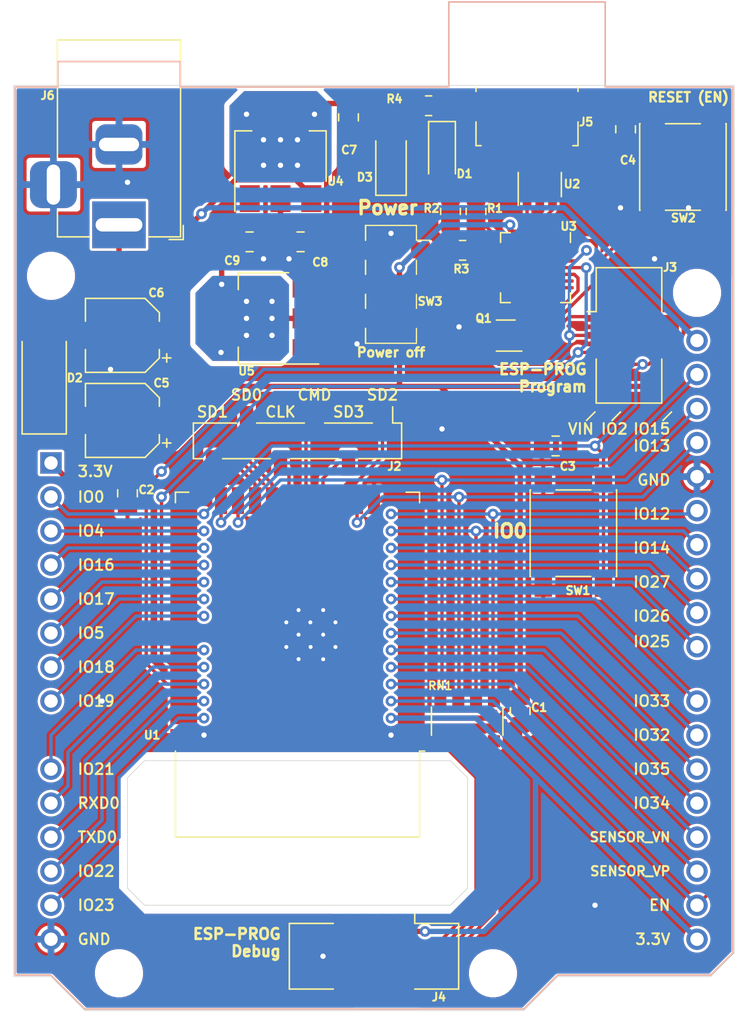
<source format=kicad_pcb>
(kicad_pcb (version 20171130) (host pcbnew "(5.1.5)-3")
  (layers (0 F.Cu signal) (31 B.Cu signal) (34 B.Paste user) (35 F.Paste user) (36 B.SilkS user) (37 F.SilkS user) (38 B.Mask user) (39 F.Mask user) (44 Edge.Cuts user))
  (net 0 "")
  (net 1 GND)
  (net 2 +5V)
  (net 3 +3V3)
  (net 4 /IO0)
  (net 5 /EN)
  (net 6 /CMD)
  (net 7 /SD3)
  (net 8 /SD2)
  (net 9 /IO13)
  (net 10 /IO12)
  (net 11 /IO14)
  (net 12 /IO27)
  (net 13 /IO26)
  (net 14 /IO25)
  (net 15 /IO33)
  (net 16 /IO32)
  (net 17 /IO35)
  (net 18 /IO34)
  (net 19 /SENSOR_VN)
  (net 20 /SENSOR_VP)
  (net 21 /CLK)
  (net 22 /SD0)
  (net 23 /SD1)
  (net 24 /IO15)
  (net 25 /IO2)
  (net 26 /IO4)
  (net 27 /IO16)
  (net 28 /IO17)
  (net 29 /IO5)
  (net 30 /IO18)
  (net 31 /IO19)
  (net 32 /IO21)
  (net 33 /RXD0)
  (net 34 /TXD0)
  (net 35 /IO22)
  (net 36 /IO23)
  (net 37 /USB/USB_DP)
  (net 38 /USB/USB_DN)
  (net 39 /USB/RTS)
  (net 40 /USB/DTR)
  (net 41 VDC)
  (net 42 /Power/Internal_3V3)
  (net 43 "Net-(D2-Pad2)")
  (net 44 "Net-(J4-Pad8)")
  (net 45 "Net-(J4-Pad6)")
  (net 46 "Net-(J4-Pad4)")
  (net 47 "Net-(J4-Pad2)")
  (net 48 /USB/VBUS)
  (net 49 "Net-(D3-Pad2)")
  (net 50 "Net-(J5-Pad3)")
  (net 51 "Net-(J5-Pad2)")
  (net 52 "Net-(R1-Pad1)")
  (net 53 "Net-(R3-Pad1)")
  (module RF_Module:ESP32-WROOM-32-ThermalVias (layer F.Cu) (at 150.495 61.595 180)
    (fp_text reference U1 (at 10.16 -8.255 180) (layer F.SilkS) (effects (font (size 0.6 0.6)) (justify right)))
    (fp_text value ESP32-WROOM-32)
    (pad 39 smd rect (at -1 -0.755 180) (size 5 5) (layers B.Cu) (net 1 GND))
    (pad 39 thru_hole rect (at 0.835 0.165 180) (size 0.5 0.5) (drill 0.3) (layers *.Cu) (net 1 GND))
    (pad 39 thru_hole rect (at 0.835 -1.675 180) (size 0.5 0.5) (drill 0.3) (layers *.Cu) (net 1 GND))
    (pad 39 thru_hole rect (at -0.98 -1.675 180) (size 0.5 0.5) (drill 0.3) (layers *.Cu) (net 1 GND))
    (pad 39 thru_hole rect (at -0.96 0.165 180) (size 0.5 0.5) (drill 0.3) (layers *.Cu) (net 1 GND))
    (pad 39 thru_hole rect (at -2.835 0.165 180) (size 0.5 0.5) (drill 0.3) (layers *.Cu) (net 1 GND))
    (pad 39 thru_hole rect (at -2.835 -1.675 180) (size 0.5 0.5) (drill 0.3) (layers *.Cu) (net 1 GND))
    (pad 39 thru_hole rect (at -0.08 -2.585 180) (size 0.5 0.5) (drill 0.3) (layers *.Cu) (net 1 GND))
    (pad 39 thru_hole rect (at -0.08 1.08 180) (size 0.5 0.5) (drill 0.3) (layers *.Cu) (net 1 GND))
    (pad 39 thru_hole rect (at -0.08 -0.755 180) (size 0.5 0.5) (drill 0.3) (layers *.Cu) (net 1 GND))
    (pad 39 thru_hole rect (at -1.92 1.08 180) (size 0.5 0.5) (drill 0.3) (layers *.Cu) (net 1 GND))
    (pad 39 thru_hole rect (at -1.92 -0.755 180) (size 0.5 0.5) (drill 0.3) (layers *.Cu) (net 1 GND))
    (pad 39 thru_hole rect (at -1.92 -2.59 180) (size 0.5 0.5) (drill 0.3) (layers *.Cu) (net 1 GND))
    (pad 39 smd rect (at -2.835 1.08 180) (size 1.33 1.33) (layers F.Cu F.Mask) (net 1 GND))
    (pad 39 smd rect (at 0.835 1.08 180) (size 1.33 1.33) (layers F.Cu F.Mask) (net 1 GND))
    (pad 39 smd rect (at 0.835 -2.59 180) (size 1.33 1.33) (layers F.Cu F.Mask) (net 1 GND))
    (pad 39 smd rect (at 0.835 -0.755 180) (size 1.33 1.34) (layers F.Cu F.Mask) (net 1 GND))
    (pad 39 smd rect (at -2.835 -0.755 180) (size 1.33 1.34) (layers F.Cu F.Mask) (net 1 GND))
    (pad 39 smd rect (at -2.835 -2.59 180) (size 1.33 1.33) (layers F.Cu F.Mask) (net 1 GND))
    (pad 39 smd rect (at -1 1.08 180) (size 1.34 1.34) (layers F.Cu F.Mask) (net 1 GND))
    (pad 39 smd rect (at -1 -2.59 180) (size 1.34 1.33) (layers F.Cu F.Mask) (net 1 GND))
    (pad 39 smd rect (at -1 -0.755 180) (size 1.34 1.34) (layers F.Cu F.Mask) (net 1 GND))
    (pad 1 smd rect (at -8.5 -8.255 180) (size 2 0.9) (layers F.Cu F.Paste F.Mask) (net 1 GND))
    (pad 2 smd rect (at -8.5 -6.985 180) (size 2 0.9) (layers F.Cu F.Paste F.Mask) (net 3 +3V3))
    (pad 3 smd rect (at -8.5 -5.715 180) (size 2 0.9) (layers F.Cu F.Paste F.Mask) (net 5 /EN))
    (pad 4 smd rect (at -8.5 -4.445 180) (size 2 0.9) (layers F.Cu F.Paste F.Mask) (net 20 /SENSOR_VP))
    (pad 5 smd rect (at -8.5 -3.175 180) (size 2 0.9) (layers F.Cu F.Paste F.Mask) (net 19 /SENSOR_VN))
    (pad 6 smd rect (at -8.5 -1.905 180) (size 2 0.9) (layers F.Cu F.Paste F.Mask) (net 18 /IO34))
    (pad 7 smd rect (at -8.5 -0.635 180) (size 2 0.9) (layers F.Cu F.Paste F.Mask) (net 17 /IO35))
    (pad 8 smd rect (at -8.5 0.635 180) (size 2 0.9) (layers F.Cu F.Paste F.Mask) (net 16 /IO32))
    (pad 9 smd rect (at -8.5 1.905 180) (size 2 0.9) (layers F.Cu F.Paste F.Mask) (net 15 /IO33))
    (pad 10 smd rect (at -8.5 3.175 180) (size 2 0.9) (layers F.Cu F.Paste F.Mask) (net 14 /IO25))
    (pad 11 smd rect (at -8.5 4.445 180) (size 2 0.9) (layers F.Cu F.Paste F.Mask) (net 13 /IO26))
    (pad 12 smd rect (at -8.5 5.715 180) (size 2 0.9) (layers F.Cu F.Paste F.Mask) (net 12 /IO27))
    (pad 13 smd rect (at -8.5 6.985 180) (size 2 0.9) (layers F.Cu F.Paste F.Mask) (net 11 /IO14))
    (pad 14 smd rect (at -8.5 8.255 180) (size 2 0.9) (layers F.Cu F.Paste F.Mask) (net 10 /IO12))
    (pad 15 smd rect (at -5.715 9.255 270) (size 2 0.9) (layers F.Cu F.Paste F.Mask) (net 1 GND))
    (pad 16 smd rect (at -4.445 9.255 270) (size 2 0.9) (layers F.Cu F.Paste F.Mask) (net 9 /IO13))
    (pad 17 smd rect (at -3.175 9.255 270) (size 2 0.9) (layers F.Cu F.Paste F.Mask) (net 8 /SD2))
    (pad 18 smd rect (at -1.905 9.255 270) (size 2 0.9) (layers F.Cu F.Paste F.Mask) (net 7 /SD3))
    (pad 19 smd rect (at -0.635 9.255 270) (size 2 0.9) (layers F.Cu F.Paste F.Mask) (net 6 /CMD))
    (pad 20 smd rect (at 0.635 9.255 270) (size 2 0.9) (layers F.Cu F.Paste F.Mask) (net 21 /CLK))
    (pad 21 smd rect (at 1.905 9.255 270) (size 2 0.9) (layers F.Cu F.Paste F.Mask) (net 22 /SD0))
    (pad 22 smd rect (at 3.175 9.255 270) (size 2 0.9) (layers F.Cu F.Paste F.Mask) (net 23 /SD1))
    (pad 23 smd rect (at 4.445 9.255 270) (size 2 0.9) (layers F.Cu F.Paste F.Mask) (net 24 /IO15))
    (pad 24 smd rect (at 5.715 9.255 270) (size 2 0.9) (layers F.Cu F.Paste F.Mask) (net 25 /IO2))
    (pad 25 smd rect (at 8.5 8.255 180) (size 2 0.9) (layers F.Cu F.Paste F.Mask) (net 4 /IO0))
    (pad 26 smd rect (at 8.5 6.985 180) (size 2 0.9) (layers F.Cu F.Paste F.Mask) (net 26 /IO4))
    (pad 27 smd rect (at 8.5 5.715 180) (size 2 0.9) (layers F.Cu F.Paste F.Mask) (net 27 /IO16))
    (pad 28 smd rect (at 8.5 4.445 180) (size 2 0.9) (layers F.Cu F.Paste F.Mask) (net 28 /IO17))
    (pad 29 smd rect (at 8.5 3.175 180) (size 2 0.9) (layers F.Cu F.Paste F.Mask) (net 29 /IO5))
    (pad 30 smd rect (at 8.5 1.905 180) (size 2 0.9) (layers F.Cu F.Paste F.Mask) (net 30 /IO18))
    (pad 31 smd rect (at 8.5 0.635 180) (size 2 0.9) (layers F.Cu F.Paste F.Mask) (net 31 /IO19))
    (pad 32 smd rect (at 8.5 -0.635 180) (size 2 0.9) (layers F.Cu F.Paste F.Mask))
    (pad 33 smd rect (at 8.5 -1.905 180) (size 2 0.9) (layers F.Cu F.Paste F.Mask) (net 32 /IO21))
    (pad 34 smd rect (at 8.5 -3.175 180) (size 2 0.9) (layers F.Cu F.Paste F.Mask) (net 33 /RXD0))
    (pad 35 smd rect (at 8.5 -4.445 180) (size 2 0.9) (layers F.Cu F.Paste F.Mask) (net 34 /TXD0))
    (pad 36 smd rect (at 8.5 -5.715 180) (size 2 0.9) (layers F.Cu F.Paste F.Mask) (net 35 /IO22))
    (pad 37 smd rect (at 8.5 -6.985 180) (size 2 0.9) (layers F.Cu F.Paste F.Mask) (net 36 /IO23))
    (pad 38 smd rect (at 8.5 -8.255 180) (size 2 0.9) (layers F.Cu F.Paste F.Mask) (net 1 GND))
  )
  (module Package_TO_SOT_SMD:SOT-223-3_TabPin2 (layer F.Cu) (at 147.98 38.735 180)
    (fp_text reference U5 (at 1.295 -3.937) (layer F.SilkS) (effects (font (size 0.6 0.6))))
    (fp_text value NCP1117-3.3)
    (pad 1 smd rect (at -3.15 -2.3 180) (size 2 1.5) (layers F.Cu F.Paste F.Mask) (net 1 GND))
    (pad 3 smd rect (at -3.15 2.3 180) (size 2 1.5) (layers F.Cu F.Paste F.Mask) (net 2 +5V))
    (pad 2 smd rect (at -3.15 0 180) (size 2 1.5) (layers F.Cu F.Paste F.Mask) (net 42 /Power/Internal_3V3))
    (pad 2 smd rect (at 3.15 0 180) (size 2 3.8) (layers F.Cu F.Paste F.Mask) (net 42 /Power/Internal_3V3))
  )
  (module Button_Switch_SMD:Nidec_CL-SB-22B-0X (layer F.Cu) (at 157.48 36.195 270)
    (fp_text reference SW3 (at 1.27 -2.921 180) (layer F.SilkS) (effects (font (size 0.6 0.6))))
    (fp_text value SW_DPDT_x2)
    (pad 6 smd rect (at 2.54 2.2 270) (size 1.2 1.4) (layers F.Cu F.Paste F.Mask))
    (pad 5 smd rect (at 0 2.2 270) (size 1.2 1.4) (layers F.Cu F.Paste F.Mask))
    (pad 4 smd rect (at -2.54 2.2 270) (size 1.2 1.4) (layers F.Cu F.Paste F.Mask))
    (pad 3 smd rect (at 2.54 -2.2 270) (size 1.2 1.4) (layers F.Cu F.Paste F.Mask))
    (pad 2 smd rect (at 0 -2.2 270) (size 1.2 1.4) (layers F.Cu F.Paste F.Mask) (net 3 +3V3))
    (pad 1 smd rect (at -2.54 -2.2 270) (size 1.2 1.4) (layers F.Cu F.Paste F.Mask) (net 42 /Power/Internal_3V3))
  )
  (module Button_Switch_SMD:SW_Push_1P1T_NO_6x6mm_H4.3mm (layer F.Cu) (at 171.105 54.775 90)
    (fp_text reference SW1 (at -4.28 0.345 180) (layer F.SilkS) (effects (font (size 0.6 0.6))))
    (fp_text value SW_Push)
    (pad 2 smd rect (at 3.975 2.25 90) (size 1.55 1.3) (layers F.Cu F.Paste F.Mask) (net 4 /IO0))
    (pad 1 smd rect (at 3.975 -2.25 90) (size 1.55 1.3) (layers F.Cu F.Paste F.Mask) (net 1 GND))
    (pad 1 smd rect (at -3.975 -2.25 90) (size 1.55 1.3) (layers F.Cu F.Paste F.Mask) (net 1 GND))
    (pad 2 smd rect (at -3.975 2.25 90) (size 1.55 1.3) (layers F.Cu F.Paste F.Mask) (net 4 /IO0))
  )
  (module Button_Switch_SMD:SW_Push_1P1T_NO_6x6mm_H4.3mm (layer F.Cu) (at 179.288 27.432 270)
    (fp_text reference SW2 (at 3.81 -0.036 180) (layer F.SilkS) (effects (font (size 0.6 0.6))))
    (fp_text value SW_Push)
    (pad 2 smd rect (at 3.975 2.25 270) (size 1.55 1.3) (layers F.Cu F.Paste F.Mask) (net 5 /EN))
    (pad 1 smd rect (at 3.975 -2.25 270) (size 1.55 1.3) (layers F.Cu F.Paste F.Mask) (net 1 GND))
    (pad 1 smd rect (at -3.975 -2.25 270) (size 1.55 1.3) (layers F.Cu F.Paste F.Mask) (net 1 GND))
    (pad 2 smd rect (at -3.975 2.25 270) (size 1.55 1.3) (layers F.Cu F.Paste F.Mask) (net 5 /EN))
  )
  (module Package_TO_SOT_SMD:SOT-363_SC-70-6 (layer F.Cu) (at 166.05 40.02 180)
    (fp_text reference Q1 (at 0.95 1.285) (layer F.SilkS) (effects (font (size 0.6 0.6)) (justify right)))
    (fp_text value BCR129S)
    (pad 6 smd rect (at 0.95 -0.65 180) (size 0.65 0.4) (layers F.Cu F.Paste F.Mask) (net 5 /EN))
    (pad 4 smd rect (at 0.95 0.65 180) (size 0.65 0.4) (layers F.Cu F.Paste F.Mask) (net 4 /IO0))
    (pad 2 smd rect (at -0.95 0 180) (size 0.65 0.4) (layers F.Cu F.Paste F.Mask) (net 40 /USB/DTR))
    (pad 5 smd rect (at 0.95 0 180) (size 0.65 0.4) (layers F.Cu F.Paste F.Mask) (net 39 /USB/RTS))
    (pad 3 smd rect (at -0.95 0.65 180) (size 0.65 0.4) (layers F.Cu F.Paste F.Mask) (net 40 /USB/DTR))
    (pad 1 smd rect (at -0.95 -0.65 180) (size 0.65 0.4) (layers F.Cu F.Paste F.Mask) (net 39 /USB/RTS))
  )
  (module Connector_BarrelJack:BarrelJack_Lumberg_1613-21_Horizontal (layer F.Cu) (at 137.16 31.75 270)
    (fp_text reference J6 (at -9.652 5.334 180) (layer F.SilkS) (effects (font (size 0.6 0.6))))
    (fp_text value Barrel_Jack_MountingPin)
    (pad 3 thru_hole roundrect (at -3 4.9 270) (size 3.5 3.5) (drill oval 3 1) (layers *.Cu *.Mask) (net 1 GND))
    (pad 2 thru_hole roundrect (at -6 0 270) (size 3 3.5) (drill oval 1 3) (layers *.Cu *.Mask) (net 1 GND))
    (pad 1 thru_hole rect (at 0 0 270) (size 3.5 4) (drill oval 1 3.5) (layers *.Cu *.Mask) (net 43 "Net-(D2-Pad2)"))
  )
  (module Package_TO_SOT_SMD:SOT-223-3_TabPin2 (layer F.Cu) (at 149.225 26.645 90)
    (fp_text reference U4 (at -1.85 3.41 180) (layer F.SilkS) (effects (font (size 0.6 0.6)) (justify left)))
    (fp_text value NCP1117ST50T3G)
    (pad 1 smd rect (at -3.15 -2.3 90) (size 2 1.5) (layers F.Cu F.Paste F.Mask) (net 1 GND))
    (pad 3 smd rect (at -3.15 2.3 90) (size 2 1.5) (layers F.Cu F.Paste F.Mask) (net 41 VDC))
    (pad 2 smd rect (at -3.15 0 90) (size 2 1.5) (layers F.Cu F.Paste F.Mask) (net 2 +5V))
    (pad 2 smd rect (at 3.15 0 90) (size 2 3.8) (layers F.Cu F.Paste F.Mask) (net 2 +5V))
  )
  (module Diode_SMD:D_SOD-123 (layer F.Cu) (at 161.29 26.29 270)
    (fp_text reference D1 (at 1.65 -1 180) (layer F.SilkS) (effects (font (size 0.6 0.6)) (justify left)))
    (fp_text value STPS0520Z)
    (pad 2 smd rect (at 1.65 0 270) (size 0.9 1.2) (layers F.Cu F.Paste F.Mask) (net 48 /USB/VBUS))
    (pad 1 smd rect (at -1.65 0 270) (size 0.9 1.2) (layers F.Cu F.Paste F.Mask) (net 2 +5V))
  )
  (module Capacitor_SMD:CP_Elec_5x5.9 (layer F.Cu) (at 137.414 40.005 180)
    (fp_text reference C6 (at -2.54 3.175) (layer F.SilkS) (effects (font (size 0.6 0.6))))
    (fp_text value 47uF)
    (pad 2 smd roundrect (at 2.2 0 180) (size 3 1.6) (layers F.Cu F.Paste F.Mask) (roundrect_rratio 0.15625) (net 1 GND))
    (pad 1 smd roundrect (at -2.2 0 180) (size 3 1.6) (layers F.Cu F.Paste F.Mask) (roundrect_rratio 0.15625) (net 2 +5V))
  )
  (module Diode_SMD:D_SMA_Handsoldering (layer F.Cu) (at 131.572 42.966 90)
    (fp_text reference D2 (at -0.214 2.286 180) (layer F.SilkS) (effects (font (size 0.6 0.6))))
    (fp_text value M7)
    (pad 2 smd rect (at 2.5 0 90) (size 3.5 1.8) (layers F.Cu F.Paste F.Mask) (net 43 "Net-(D2-Pad2)"))
    (pad 1 smd rect (at -2.5 0 90) (size 3.5 1.8) (layers F.Cu F.Paste F.Mask) (net 41 VDC))
  )
  (module Connector_IDC:IDC-Header_2x03_P1.27mm_Vertical_SMD (layer F.Cu) (at 174.625 38.735)
    (fp_text reference J3 (at 4.318 -3.81) (layer F.SilkS) (effects (font (size 0.6 0.6)) (justify right)))
    (fp_text value ESP-PROG-Program)
    (pad 6 smd rect (at 2.49 2.54) (size 2.54 0.508) (layers F.Cu F.Paste F.Mask) (net 4 /IO0))
    (pad 4 smd rect (at 2.49 1.27) (size 2.54 0.508) (layers F.Cu F.Paste F.Mask) (net 1 GND))
    (pad 2 smd rect (at 2.49 0) (size 2.54 0.508) (layers F.Cu F.Paste F.Mask) (net 3 +3V3))
    (pad 5 smd rect (at -1.22 2.54) (size 2.54 0.508) (layers F.Cu F.Paste F.Mask) (net 33 /RXD0))
    (pad 3 smd rect (at -1.22 1.27) (size 2.54 0.508) (layers F.Cu F.Paste F.Mask) (net 34 /TXD0))
    (pad 1 smd rect (at -1.22 0) (size 2.54 0.508) (layers F.Cu F.Paste F.Mask) (net 5 /EN))
  )
  (module Connector_IDC:IDC-Header_2x05_P1.27mm_Vertical_SMD (layer F.Cu) (at 158.75 85.725 270)
    (fp_text reference J4 (at 3.683 -2.921 180) (layer F.SilkS) (effects (font (size 0.6 0.6)) (justify right)))
    (fp_text value ESP-PROG-Debug)
    (pad 10 smd rect (at 2.49 5.08 270) (size 2.54 0.508) (layers F.Cu F.Paste F.Mask))
    (pad 8 smd rect (at 2.49 3.81 270) (size 2.54 0.508) (layers F.Cu F.Paste F.Mask) (net 44 "Net-(J4-Pad8)"))
    (pad 6 smd rect (at 2.49 2.54 270) (size 2.54 0.508) (layers F.Cu F.Paste F.Mask) (net 45 "Net-(J4-Pad6)"))
    (pad 4 smd rect (at 2.49 1.27 270) (size 2.54 0.508) (layers F.Cu F.Paste F.Mask) (net 46 "Net-(J4-Pad4)"))
    (pad 2 smd rect (at 2.49 0 270) (size 2.54 0.508) (layers F.Cu F.Paste F.Mask) (net 47 "Net-(J4-Pad2)"))
    (pad 9 smd rect (at -1.22 5.08 270) (size 2.54 0.508) (layers F.Cu F.Paste F.Mask) (net 1 GND))
    (pad 7 smd rect (at -1.22 3.81 270) (size 2.54 0.508) (layers F.Cu F.Paste F.Mask) (net 1 GND))
    (pad 5 smd rect (at -1.22 2.54 270) (size 2.54 0.508) (layers F.Cu F.Paste F.Mask) (net 1 GND))
    (pad 3 smd rect (at -1.22 1.27 270) (size 2.54 0.508) (layers F.Cu F.Paste F.Mask) (net 1 GND))
    (pad 1 smd rect (at -1.22 0 270) (size 2.54 0.508) (layers F.Cu F.Paste F.Mask) (net 3 +3V3))
  )
  (module Resistor_SMD:R_0805_2012Metric_Pad1.20x1.40mm_HandSolder (layer F.Cu) (at 160.29 22.86 180)
    (fp_text reference R4 (at 2.556 0.508) (layer F.SilkS) (effects (font (size 0.6 0.6))))
    (fp_text value "220 Ohm")
    (pad 2 smd roundrect (at 1 0 180) (size 1.2 1.4) (layers F.Cu F.Paste F.Mask) (roundrect_rratio 0.208333) (net 49 "Net-(D3-Pad2)"))
    (pad 1 smd roundrect (at -1 0 180) (size 1.2 1.4) (layers F.Cu F.Paste F.Mask) (roundrect_rratio 0.208333) (net 2 +5V))
  )
  (module LED_SMD:LED_1206_3216Metric_Pad1.42x1.75mm_HandSolder (layer F.Cu) (at 157.48 27.0875 90)
    (fp_text reference D3 (at -1.1065 -1.27 180) (layer F.SilkS) (effects (font (size 0.6 0.6)) (justify right)))
    (fp_text value RF-GSS150TS-BC)
    (pad 2 smd roundrect (at 1.4875 0 90) (size 1.425 1.75) (layers F.Cu F.Paste F.Mask) (roundrect_rratio 0.175439) (net 49 "Net-(D3-Pad2)"))
    (pad 1 smd roundrect (at -1.4875 0 90) (size 1.425 1.75) (layers F.Cu F.Paste F.Mask) (roundrect_rratio 0.175439) (net 1 GND))
  )
  (module Capacitor_SMD:C_0805_2012Metric_Pad1.18x1.45mm_HandSolder (layer F.Cu) (at 146.9175 33.02)
    (fp_text reference C9 (at -0.6135 1.397) (layer F.SilkS) (effects (font (size 0.6 0.6)) (justify right)))
    (fp_text value 22uF)
    (pad 2 smd roundrect (at 1.0375 0) (size 1.175 1.45) (layers F.Cu F.Paste F.Mask) (roundrect_rratio 0.212766) (net 1 GND))
    (pad 1 smd roundrect (at -1.0375 0) (size 1.175 1.45) (layers F.Cu F.Paste F.Mask) (roundrect_rratio 0.212766) (net 42 /Power/Internal_3V3))
  )
  (module Capacitor_SMD:C_0805_2012Metric_Pad1.18x1.45mm_HandSolder (layer F.Cu) (at 150.7275 33.02 180)
    (fp_text reference C8 (at -0.7835 -1.524 180) (layer F.SilkS) (effects (font (size 0.6 0.6)) (justify left)))
    (fp_text value 22uF)
    (pad 2 smd roundrect (at 1.0375 0 180) (size 1.175 1.45) (layers F.Cu F.Paste F.Mask) (roundrect_rratio 0.212766) (net 1 GND))
    (pad 1 smd roundrect (at -1.0375 0 180) (size 1.175 1.45) (layers F.Cu F.Paste F.Mask) (roundrect_rratio 0.212766) (net 2 +5V))
  )
  (module Connector_PinSocket_2.54mm:PinSocket_1x06_P2.54mm_Vertical_SMD_Pin1Left (layer F.Cu) (at 150.495 47.88 270)
    (fp_text reference J2 (at 1.904 -7.239 180) (layer F.SilkS) (effects (font (size 0.6 0.6))))
    (fp_text value Conn_02x03_Odd_Even)
    (pad 6 smd rect (at 1.65 6.35 270) (size 1.9 1) (layers F.Cu F.Paste F.Mask) (net 23 /SD1))
    (pad 4 smd rect (at 1.65 1.27 270) (size 1.9 1) (layers F.Cu F.Paste F.Mask) (net 21 /CLK))
    (pad 2 smd rect (at 1.65 -3.81 270) (size 1.9 1) (layers F.Cu F.Paste F.Mask) (net 7 /SD3))
    (pad 5 smd rect (at -1.65 3.81 270) (size 1.9 1) (layers F.Cu F.Paste F.Mask) (net 22 /SD0))
    (pad 3 smd rect (at -1.65 -1.27 270) (size 1.9 1) (layers F.Cu F.Paste F.Mask) (net 6 /CMD))
    (pad 1 smd rect (at -1.65 -6.35 270) (size 1.9 1) (layers F.Cu F.Paste F.Mask) (net 8 /SD2))
  )
  (module Capacitor_SMD:C_0805_2012Metric_Pad1.18x1.45mm_HandSolder (layer F.Cu) (at 154.305 23.7275 270)
    (fp_text reference C7 (at 2.4345 0.635 180) (layer F.SilkS) (effects (font (size 0.6 0.6)) (justify left)))
    (fp_text value 100nF)
    (pad 2 smd roundrect (at 1.0375 0 270) (size 1.175 1.45) (layers F.Cu F.Paste F.Mask) (roundrect_rratio 0.212766) (net 1 GND))
    (pad 1 smd roundrect (at -1.0375 0 270) (size 1.175 1.45) (layers F.Cu F.Paste F.Mask) (roundrect_rratio 0.212766) (net 2 +5V))
  )
  (module Capacitor_SMD:CP_Elec_5x5.9 (layer F.Cu) (at 137.414 46.355 180)
    (fp_text reference C5 (at -2.921 2.794) (layer F.SilkS) (effects (font (size 0.6 0.6))))
    (fp_text value 47uF)
    (pad 2 smd roundrect (at 2.2 0 180) (size 3 1.6) (layers F.Cu F.Paste F.Mask) (roundrect_rratio 0.15625) (net 1 GND))
    (pad 1 smd roundrect (at -2.2 0 180) (size 3 1.6) (layers F.Cu F.Paste F.Mask) (roundrect_rratio 0.15625) (net 41 VDC))
  )
  (module Package_TO_SOT_SMD:SOT-23-6 (layer F.Cu) (at 168.595 28.745 90)
    (fp_text reference U2 (at 0.043 3.109 180) (layer F.SilkS) (effects (font (size 0.6 0.6)) (justify right)))
    (fp_text value USBLC6-2SC6)
    (pad 5 smd rect (at 1.1 0 90) (size 1.06 0.65) (layers F.Cu F.Paste F.Mask) (net 48 /USB/VBUS))
    (pad 6 smd rect (at 1.1 -0.95 90) (size 1.06 0.65) (layers F.Cu F.Paste F.Mask) (net 51 "Net-(J5-Pad2)"))
    (pad 4 smd rect (at 1.1 0.95 90) (size 1.06 0.65) (layers F.Cu F.Paste F.Mask) (net 50 "Net-(J5-Pad3)"))
    (pad 3 smd rect (at -1.1 0.95 90) (size 1.06 0.65) (layers F.Cu F.Paste F.Mask) (net 37 /USB/USB_DP))
    (pad 2 smd rect (at -1.1 0 90) (size 1.06 0.65) (layers F.Cu F.Paste F.Mask) (net 1 GND))
    (pad 1 smd rect (at -1.1 -0.95 90) (size 1.06 0.65) (layers F.Cu F.Paste F.Mask) (net 38 /USB/USB_DN))
  )
  (module Resistor_SMD:R_Array_Convex_4x1206 (layer F.Cu) (at 163.17 68.81 90)
    (fp_text reference RN1 (at 2.643 -2.007 180) (layer F.SilkS) (effects (font (size 0.6 0.6) (thickness 0.125))))
    (fp_text value "100 Ohm")
    (pad 6 smd rect (at 1.5 0.66 90) (size 0.9 0.9) (layers F.Cu F.Paste F.Mask) (net 11 /IO14))
    (pad 5 smd rect (at 1.5 2 90) (size 0.9 0.9) (layers F.Cu F.Paste F.Mask) (net 10 /IO12))
    (pad 8 smd rect (at 1.5 -2 90) (size 0.9 0.9) (layers F.Cu F.Paste F.Mask) (net 24 /IO15))
    (pad 7 smd rect (at 1.5 -0.66 90) (size 0.9 0.9) (layers F.Cu F.Paste F.Mask) (net 9 /IO13))
    (pad 3 smd rect (at -1.5 0.66 90) (size 0.9 0.9) (layers F.Cu F.Paste F.Mask) (net 47 "Net-(J4-Pad2)"))
    (pad 2 smd rect (at -1.5 -0.66 90) (size 0.9 0.9) (layers F.Cu F.Paste F.Mask) (net 46 "Net-(J4-Pad4)"))
    (pad 4 smd rect (at -1.5 2 90) (size 0.9 0.9) (layers F.Cu F.Paste F.Mask) (net 44 "Net-(J4-Pad8)"))
    (pad 1 smd rect (at -1.5 -2 90) (size 0.9 0.9) (layers F.Cu F.Paste F.Mask) (net 45 "Net-(J4-Pad6)"))
  )
  (module Package_DFN_QFN:QFN-28-1EP_5x5mm_P0.5mm_EP3.35x3.35mm (layer F.Cu) (at 168.275 34.948 270)
    (fp_text reference U3 (at -3.085 -3.175 180) (layer F.SilkS) (effects (font (size 0.6 0.6)) (justify right)))
    (fp_text value CP2102N-A01-GQFN28)
    (pad 29 smd rect (at 0 0 270) (size 3.35 3.35) (layers F.Cu F.Mask) (net 1 GND))
    (pad 28 smd roundrect (at -1.5 -2.45 270) (size 0.25 0.8) (layers F.Cu F.Paste F.Mask) (net 40 /USB/DTR))
    (pad 27 smd roundrect (at -1 -2.45 270) (size 0.25 0.8) (layers F.Cu F.Paste F.Mask))
    (pad 26 smd roundrect (at -0.5 -2.45 270) (size 0.25 0.8) (layers F.Cu F.Paste F.Mask) (net 34 /TXD0))
    (pad 25 smd roundrect (at 0 -2.45 270) (size 0.25 0.8) (layers F.Cu F.Paste F.Mask) (net 33 /RXD0))
    (pad 24 smd roundrect (at 0.5 -2.45 270) (size 0.25 0.8) (layers F.Cu F.Paste F.Mask) (net 39 /USB/RTS))
    (pad 23 smd roundrect (at 1 -2.45 270) (size 0.25 0.8) (layers F.Cu F.Paste F.Mask))
    (pad 22 smd roundrect (at 1.5 -2.45 270) (size 0.25 0.8) (layers F.Cu F.Paste F.Mask))
    (pad 21 smd roundrect (at 2.45 -1.5 270) (size 0.8 0.25) (layers F.Cu F.Paste F.Mask))
    (pad 20 smd roundrect (at 2.45 -1 270) (size 0.8 0.25) (layers F.Cu F.Paste F.Mask))
    (pad 19 smd roundrect (at 2.45 -0.5 270) (size 0.8 0.25) (layers F.Cu F.Paste F.Mask))
    (pad 18 smd roundrect (at 2.45 0 270) (size 0.8 0.25) (layers F.Cu F.Paste F.Mask))
    (pad 17 smd roundrect (at 2.45 0.5 270) (size 0.8 0.25) (layers F.Cu F.Paste F.Mask))
    (pad 16 smd roundrect (at 2.45 1 270) (size 0.8 0.25) (layers F.Cu F.Paste F.Mask))
    (pad 15 smd roundrect (at 2.45 1.5 270) (size 0.8 0.25) (layers F.Cu F.Paste F.Mask))
    (pad 14 smd roundrect (at 1.5 2.45 270) (size 0.25 0.8) (layers F.Cu F.Paste F.Mask))
    (pad 13 smd roundrect (at 1 2.45 270) (size 0.25 0.8) (layers F.Cu F.Paste F.Mask))
    (pad 12 smd roundrect (at 0.5 2.45 270) (size 0.25 0.8) (layers F.Cu F.Paste F.Mask))
    (pad 11 smd roundrect (at 0 2.45 270) (size 0.25 0.8) (layers F.Cu F.Paste F.Mask))
    (pad 10 smd roundrect (at -0.5 2.45 270) (size 0.25 0.8) (layers F.Cu F.Paste F.Mask))
    (pad 9 smd roundrect (at -1 2.45 270) (size 0.25 0.8) (layers F.Cu F.Paste F.Mask) (net 53 "Net-(R3-Pad1)"))
    (pad 8 smd roundrect (at -1.5 2.45 270) (size 0.25 0.8) (layers F.Cu F.Paste F.Mask) (net 52 "Net-(R1-Pad1)"))
    (pad 7 smd roundrect (at -2.45 1.5 270) (size 0.8 0.25) (layers F.Cu F.Paste F.Mask) (net 42 /Power/Internal_3V3))
    (pad 6 smd roundrect (at -2.45 1 270) (size 0.8 0.25) (layers F.Cu F.Paste F.Mask) (net 42 /Power/Internal_3V3))
    (pad 5 smd roundrect (at -2.45 0.5 270) (size 0.8 0.25) (layers F.Cu F.Paste F.Mask) (net 38 /USB/USB_DN))
    (pad 4 smd roundrect (at -2.45 0 270) (size 0.8 0.25) (layers F.Cu F.Paste F.Mask) (net 37 /USB/USB_DP))
    (pad 3 smd roundrect (at -2.45 -0.5 270) (size 0.8 0.25) (layers F.Cu F.Paste F.Mask) (net 1 GND))
    (pad 2 smd roundrect (at -2.45 -1 270) (size 0.8 0.25) (layers F.Cu F.Paste F.Mask))
    (pad 1 smd roundrect (at -2.45 -1.5 270) (size 0.8 0.25) (layers F.Cu F.Paste F.Mask))
  )
  (module Resistor_SMD:R_0805_2012Metric_Pad1.20x1.40mm_HandSolder (layer F.Cu) (at 162.83 33.655 180)
    (fp_text reference R3 (at 0.778 -1.397) (layer F.SilkS) (effects (font (size 0.6 0.6)) (justify left)))
    (fp_text value "2.2k Ohm")
    (pad 2 smd roundrect (at 1 0 180) (size 1.2 1.4) (layers F.Cu F.Paste F.Mask) (roundrect_rratio 0.208333) (net 42 /Power/Internal_3V3))
    (pad 1 smd roundrect (at -1 0 180) (size 1.2 1.4) (layers F.Cu F.Paste F.Mask) (roundrect_rratio 0.208333) (net 53 "Net-(R3-Pad1)"))
  )
  (module Resistor_SMD:R_0805_2012Metric_Pad1.20x1.40mm_HandSolder (layer F.Cu) (at 161.925 30.75 270)
    (fp_text reference R2 (at -0.227064 0.735 180) (layer F.SilkS) (effects (font (size 0.6 0.6)) (justify right)))
    (fp_text value "47k Ohm")
    (pad 2 smd roundrect (at 1 0 270) (size 1.2 1.4) (layers F.Cu F.Paste F.Mask) (roundrect_rratio 0.208333) (net 52 "Net-(R1-Pad1)"))
    (pad 1 smd roundrect (at -1 0 270) (size 1.2 1.4) (layers F.Cu F.Paste F.Mask) (roundrect_rratio 0.208333) (net 1 GND))
  )
  (module Resistor_SMD:R_0805_2012Metric_Pad1.20x1.40mm_HandSolder (layer F.Cu) (at 163.83 30.75 90)
    (fp_text reference R1 (at 0.227064 0.735 180) (layer F.SilkS) (effects (font (size 0.6 0.6)) (justify left)))
    (fp_text value "22k Ohm")
    (pad 2 smd roundrect (at 1 0 90) (size 1.2 1.4) (layers F.Cu F.Paste F.Mask) (roundrect_rratio 0.208333) (net 48 /USB/VBUS))
    (pad 1 smd roundrect (at -1 0 90) (size 1.2 1.4) (layers F.Cu F.Paste F.Mask) (roundrect_rratio 0.208333) (net 52 "Net-(R1-Pad1)"))
  )
  (module Connector_USB:USB_Micro-B_Molex_47346-0001 (layer F.Cu) (at 167.64 24.13 180)
    (fp_text reference J5 (at -3.81 0.06 180) (layer F.SilkS) (effects (font (size 0.6 0.6)) (justify left)))
    (fp_text value USB_B_Micro)
    (pad 6 smd rect (at 1.55 1.2 180) (size 1 1.9) (layers F.Cu F.Paste F.Mask))
    (pad 6 smd rect (at -1.15 1.2 180) (size 1.8 1.9) (layers F.Cu F.Paste F.Mask))
    (pad 6 smd rect (at 3.375 1.2 180) (size 1.65 1.3) (layers F.Cu F.Paste F.Mask))
    (pad 6 smd rect (at -3.375 1.2 180) (size 1.65 1.3) (layers F.Cu F.Paste F.Mask))
    (pad 6 smd rect (at 2.4875 -1.375 180) (size 1.425 1.55) (layers F.Cu F.Paste F.Mask))
    (pad 6 smd rect (at -2.4875 -1.375 180) (size 1.425 1.55) (layers F.Cu F.Paste F.Mask))
    (pad 5 smd rect (at 1.3 -1.46 180) (size 0.45 1.38) (layers F.Cu F.Paste F.Mask) (net 1 GND))
    (pad 4 smd rect (at 0.65 -1.46 180) (size 0.45 1.38) (layers F.Cu F.Paste F.Mask) (net 1 GND))
    (pad 3 smd rect (at 0 -1.46 180) (size 0.45 1.38) (layers F.Cu F.Paste F.Mask) (net 50 "Net-(J5-Pad3)"))
    (pad 2 smd rect (at -0.65 -1.46 180) (size 0.45 1.38) (layers F.Cu F.Paste F.Mask) (net 51 "Net-(J5-Pad2)"))
    (pad 1 smd rect (at -1.3 -1.46 180) (size 0.45 1.38) (layers F.Cu F.Paste F.Mask) (net 48 /USB/VBUS))
  )
  (module Module:Arduino_UNO_R3_WithMountingHoles (layer B.Cu) (at 132.08 49.53 270)
    (fp_text reference J1 hide)
    (fp_text value Conn_Arduino_UNO_R3 hide)
    (pad "" np_thru_hole circle (at 38.1 -5.08 180) (size 3.2 3.2) (drill 3.2) (layers *.Cu *.Mask))
    (pad "" np_thru_hole circle (at 38.1 -33.02 180) (size 3.2 3.2) (drill 3.2) (layers *.Cu *.Mask))
    (pad "" np_thru_hole circle (at -12.7 -48.26 180) (size 3.2 3.2) (drill 3.2) (layers *.Cu *.Mask))
    (pad "" np_thru_hole circle (at -13.97 0 180) (size 3.2 3.2) (drill 3.2) (layers *.Cu *.Mask))
    (pad 16 thru_hole oval (at 33.02 -48.26 180) (size 1.6 1.6) (drill 1) (layers *.Cu *.Mask) (net 5 /EN))
    (pad 15 thru_hole oval (at 35.56 -48.26 180) (size 1.6 1.6) (drill 1) (layers *.Cu *.Mask) (net 3 +3V3))
    (pad 30 thru_hole oval (at -4.06 -48.26 180) (size 1.6 1.6) (drill 1) (layers *.Cu *.Mask) (net 24 /IO15))
    (pad 14 thru_hole oval (at 35.56 0 180) (size 1.6 1.6) (drill 1) (layers *.Cu *.Mask) (net 1 GND))
    (pad 29 thru_hole oval (at -1.52 -48.26 180) (size 1.6 1.6) (drill 1) (layers *.Cu *.Mask) (net 9 /IO13))
    (pad 13 thru_hole oval (at 33.02 0 180) (size 1.6 1.6) (drill 1) (layers *.Cu *.Mask) (net 36 /IO23))
    (pad 28 thru_hole oval (at 1.02 -48.26 180) (size 1.6 1.6) (drill 1) (layers *.Cu *.Mask) (net 1 GND))
    (pad 12 thru_hole oval (at 30.48 0 180) (size 1.6 1.6) (drill 1) (layers *.Cu *.Mask) (net 35 /IO22))
    (pad 27 thru_hole oval (at 3.56 -48.26 180) (size 1.6 1.6) (drill 1) (layers *.Cu *.Mask) (net 10 /IO12))
    (pad 11 thru_hole oval (at 27.94 0 180) (size 1.6 1.6) (drill 1) (layers *.Cu *.Mask) (net 34 /TXD0))
    (pad 26 thru_hole oval (at 6.1 -48.26 180) (size 1.6 1.6) (drill 1) (layers *.Cu *.Mask) (net 11 /IO14))
    (pad 10 thru_hole oval (at 25.4 0 180) (size 1.6 1.6) (drill 1) (layers *.Cu *.Mask) (net 33 /RXD0))
    (pad 25 thru_hole oval (at 8.64 -48.26 180) (size 1.6 1.6) (drill 1) (layers *.Cu *.Mask) (net 12 /IO27))
    (pad 9 thru_hole oval (at 22.86 0 180) (size 1.6 1.6) (drill 1) (layers *.Cu *.Mask) (net 32 /IO21))
    (pad 24 thru_hole oval (at 11.18 -48.26 180) (size 1.6 1.6) (drill 1) (layers *.Cu *.Mask) (net 13 /IO26))
    (pad 8 thru_hole oval (at 17.78 0 180) (size 1.6 1.6) (drill 1) (layers *.Cu *.Mask) (net 31 /IO19))
    (pad 23 thru_hole oval (at 13.72 -48.26 180) (size 1.6 1.6) (drill 1) (layers *.Cu *.Mask) (net 14 /IO25))
    (pad 7 thru_hole oval (at 15.24 0 180) (size 1.6 1.6) (drill 1) (layers *.Cu *.Mask) (net 30 /IO18))
    (pad 22 thru_hole oval (at 17.78 -48.26 180) (size 1.6 1.6) (drill 1) (layers *.Cu *.Mask) (net 15 /IO33))
    (pad 6 thru_hole oval (at 12.7 0 180) (size 1.6 1.6) (drill 1) (layers *.Cu *.Mask) (net 29 /IO5))
    (pad 21 thru_hole oval (at 20.32 -48.26 180) (size 1.6 1.6) (drill 1) (layers *.Cu *.Mask) (net 16 /IO32))
    (pad 5 thru_hole oval (at 10.16 0 180) (size 1.6 1.6) (drill 1) (layers *.Cu *.Mask) (net 28 /IO17))
    (pad 20 thru_hole oval (at 22.86 -48.26 180) (size 1.6 1.6) (drill 1) (layers *.Cu *.Mask) (net 17 /IO35))
    (pad 4 thru_hole oval (at 7.62 0 180) (size 1.6 1.6) (drill 1) (layers *.Cu *.Mask) (net 27 /IO16))
    (pad 19 thru_hole oval (at 25.4 -48.26 180) (size 1.6 1.6) (drill 1) (layers *.Cu *.Mask) (net 18 /IO34))
    (pad 3 thru_hole oval (at 5.08 0 180) (size 1.6 1.6) (drill 1) (layers *.Cu *.Mask) (net 26 /IO4))
    (pad 18 thru_hole oval (at 27.94 -48.26 180) (size 1.6 1.6) (drill 1) (layers *.Cu *.Mask) (net 19 /SENSOR_VN))
    (pad 2 thru_hole oval (at 2.54 0 180) (size 1.6 1.6) (drill 1) (layers *.Cu *.Mask) (net 4 /IO0))
    (pad 17 thru_hole oval (at 30.48 -48.26 180) (size 1.6 1.6) (drill 1) (layers *.Cu *.Mask) (net 20 /SENSOR_VP))
    (pad 1 thru_hole rect (at 0 0 180) (size 1.6 1.6) (drill 1) (layers *.Cu *.Mask) (net 3 +3V3))
    (pad 31 thru_hole oval (at -6.6 -48.26 180) (size 1.6 1.6) (drill 1) (layers *.Cu *.Mask) (net 25 /IO2))
    (pad 32 thru_hole oval (at -9.14 -48.26 180) (size 1.6 1.6) (drill 1) (layers *.Cu *.Mask) (net 41 VDC))
  )
  (module Capacitor_SMD:C_0805_2012Metric_Pad1.18x1.45mm_HandSolder (layer F.Cu) (at 175.006 24.6165 90)
    (fp_text reference C4 (at -2.3075 -0.508 180) (layer F.SilkS) (effects (font (size 0.6 0.6)) (justify left)))
    (fp_text value 100nF)
    (pad 2 smd roundrect (at 1.0375 0 90) (size 1.175 1.45) (layers F.Cu F.Paste F.Mask) (roundrect_rratio 0.212766) (net 5 /EN))
    (pad 1 smd roundrect (at -1.0375 0 90) (size 1.175 1.45) (layers F.Cu F.Paste F.Mask) (roundrect_rratio 0.212766) (net 1 GND))
  )
  (module Capacitor_SMD:C_0805_2012Metric_Pad1.18x1.45mm_HandSolder (layer F.Cu) (at 169.7775 48.26)
    (fp_text reference C3 (at 0.9105 1.524) (layer F.SilkS) (effects (font (size 0.6 0.6))))
    (fp_text value 100nF)
    (pad 2 smd roundrect (at 1.0375 0) (size 1.175 1.45) (layers F.Cu F.Paste F.Mask) (roundrect_rratio 0.212766) (net 4 /IO0))
    (pad 1 smd roundrect (at -1.0375 0) (size 1.175 1.45) (layers F.Cu F.Paste F.Mask) (roundrect_rratio 0.212766) (net 1 GND))
  )
  (module Capacitor_SMD:C_0805_2012Metric_Pad1.18x1.45mm_HandSolder (layer F.Cu) (at 137.795 51.7945 270)
    (fp_text reference C2 (at -0.261252 -0.735 180) (layer F.SilkS) (effects (font (size 0.6 0.6)) (justify left)))
    (fp_text value 100nF)
    (pad 2 smd roundrect (at 1.0375 0 270) (size 1.175 1.45) (layers F.Cu F.Paste F.Mask) (roundrect_rratio 0.212766) (net 1 GND))
    (pad 1 smd roundrect (at -1.0375 0 270) (size 1.175 1.45) (layers F.Cu F.Paste F.Mask) (roundrect_rratio 0.212766) (net 3 +3V3))
  )
  (module Capacitor_SMD:C_0805_2012Metric_Pad1.18x1.45mm_HandSolder (layer F.Cu) (at 167.132 68.0505 270)
    (fp_text reference C1 (at -0.261252 -0.735 180) (layer F.SilkS) (effects (font (size 0.6 0.6)) (justify left)))
    (fp_text value 4.7uF)
    (pad 2 smd roundrect (at 1.0375 0 270) (size 1.175 1.45) (layers F.Cu F.Paste F.Mask) (roundrect_rratio 0.212766) (net 1 GND))
    (pad 1 smd roundrect (at -1.0375 0 270) (size 1.175 1.45) (layers F.Cu F.Paste F.Mask) (roundrect_rratio 0.212766) (net 3 +3V3))
  )
  (gr_line (start 161.925 82.55) (end 163.195 81.28) (layer Edge.Cuts) (width 0.05))
  (gr_line (start 137.795 81.28) (end 139.065 82.55) (layer Edge.Cuts) (width 0.05))
  (gr_line (start 161.925 71.755) (end 139.065 71.755) (layer Edge.Cuts) (width 0.05))
  (gr_line (start 163.195 73.025) (end 161.925 71.755) (layer Edge.Cuts) (width 0.05))
  (gr_line (start 163.195 81.28) (end 163.195 73.025) (layer Edge.Cuts) (width 0.05))
  (gr_line (start 139.065 82.55) (end 161.925 82.55) (layer Edge.Cuts) (width 0.05))
  (gr_line (start 137.795 73.025) (end 137.795 81.28) (layer Edge.Cuts) (width 0.05))
  (gr_line (start 139.065 71.755) (end 137.795 73.025) (layer Edge.Cuts) (width 0.05))
  (gr_text "Power off" (at 157.48 41.275) (layer F.SilkS) (effects (font (size 0.7 0.7) (thickness 0.175))))
  (gr_text Power (at 157.226 30.48) (layer F.SilkS) (effects (font (size 1 1) (thickness 0.25))))
  (gr_line (start 183.13 21.34) (end 129.29 21.34) (layer Edge.Cuts) (width 0.05))
  (gr_line (start 177.8 46.355) (end 178.435 45.72) (layer F.SilkS) (width 0.12))
  (gr_text IO0 (at 166.37 54.61) (layer F.SilkS) (effects (font (size 1 1) (thickness 0.25))))
  (gr_text "RESET (EN)" (at 179.705 22.225) (layer F.SilkS) (effects (font (size 0.7 0.7) (thickness 0.175))))
  (gr_text "ESP-PROG\nProgram" (at 172.212 43.18) (layer F.SilkS) (effects (font (size 0.8 0.8) (thickness 0.2)) (justify right)))
  (gr_text "ESP-PROG\nDebug" (at 149.352 85.344) (layer F.SilkS) (effects (font (size 0.8 0.8) (thickness 0.2)) (justify right)))
  (gr_line (start 172.085 46.355) (end 172.72 45.72) (layer F.SilkS) (width 0.12))
  (gr_line (start 173.99 46.355) (end 174.625 45.72) (layer F.SilkS) (width 0.12))
  (gr_text 3.3V (at 133.985 50.165) (layer F.SilkS) (effects (font (size 0.8 0.8)) (justify left)))
  (gr_text VIN (at 172.72 46.99) (layer F.SilkS) (effects (font (size 0.8 0.8)) (justify right)))
  (gr_text CMD (at 151.765 44.45) (layer F.SilkS) (effects (font (size 0.8 0.8))))
  (gr_text SD3 (at 155.575 45.72) (layer F.SilkS) (effects (font (size 0.8 0.8)) (justify right)))
  (gr_text SD2 (at 156.845 44.45) (layer F.SilkS) (effects (font (size 0.8 0.8))))
  (gr_text IO13 (at 178.435 48.26) (layer F.SilkS) (effects (font (size 0.8 0.8)) (justify right)))
  (gr_text GND (at 178.435 50.8) (layer F.SilkS) (effects (font (size 0.8 0.8)) (justify right)))
  (gr_text IO12 (at 178.435 53.34) (layer F.SilkS) (effects (font (size 0.8 0.8)) (justify right)))
  (gr_text IO14 (at 178.435 55.88) (layer F.SilkS) (effects (font (size 0.8 0.8)) (justify right)))
  (gr_text IO27 (at 178.435 58.42) (layer F.SilkS) (effects (font (size 0.8 0.8)) (justify right)))
  (gr_text IO26 (at 178.435 60.96) (layer F.SilkS) (effects (font (size 0.8 0.8)) (justify right)))
  (gr_text IO25 (at 178.435 62.865) (layer F.SilkS) (effects (font (size 0.8 0.8)) (justify right)))
  (gr_text IO33 (at 178.435 67.31) (layer F.SilkS) (effects (font (size 0.8 0.8)) (justify right)))
  (gr_text IO32 (at 178.435 69.85) (layer F.SilkS) (effects (font (size 0.8 0.8)) (justify right)))
  (gr_text IO35 (at 178.435 72.39) (layer F.SilkS) (effects (font (size 0.8 0.8)) (justify right)))
  (gr_text IO34 (at 178.435 74.93) (layer F.SilkS) (effects (font (size 0.8 0.8)) (justify right)))
  (gr_text SENSOR_VN (at 178.435 77.47) (layer F.SilkS) (effects (font (size 0.7 0.7)) (justify right)))
  (gr_text SENSOR_VP (at 178.435 80.01) (layer F.SilkS) (effects (font (size 0.7 0.7)) (justify right)))
  (gr_text EN (at 178.435 82.55) (layer F.SilkS) (effects (font (size 0.8 0.8)) (justify right)))
  (gr_text 3.3V (at 178.435 85.09) (layer F.SilkS) (effects (font (size 0.8 0.8)) (justify right)))
  (gr_text CLK (at 149.225 45.72) (layer F.SilkS) (effects (font (size 0.8 0.8))))
  (gr_text SD0 (at 146.685 44.45) (layer F.SilkS) (effects (font (size 0.8 0.8))))
  (gr_text SD1 (at 144.145 45.72) (layer F.SilkS) (effects (font (size 0.8 0.8))))
  (gr_text IO15 (at 178.435 46.99) (layer F.SilkS) (effects (font (size 0.8 0.8)) (justify right)))
  (gr_text IO2 (at 175.26 46.99) (layer F.SilkS) (effects (font (size 0.8 0.8)) (justify right)))
  (gr_text IO0 (at 133.985 52.07) (layer F.SilkS) (effects (font (size 0.8 0.8)) (justify left)))
  (gr_text IO4 (at 133.985 54.61) (layer F.SilkS) (effects (font (size 0.8 0.8)) (justify left)))
  (gr_text IO16 (at 133.985 57.15) (layer F.SilkS) (effects (font (size 0.8 0.8)) (justify left)))
  (gr_text IO17 (at 133.985 59.69) (layer F.SilkS) (effects (font (size 0.8 0.8)) (justify left)))
  (gr_text IO5 (at 133.985 62.23) (layer F.SilkS) (effects (font (size 0.8 0.8)) (justify left)))
  (gr_text IO18 (at 133.985 64.77) (layer F.SilkS) (effects (font (size 0.8 0.8)) (justify left)))
  (gr_text IO19 (at 133.985 67.31) (layer F.SilkS) (effects (font (size 0.8 0.8)) (justify left)))
  (gr_text IO21 (at 133.985 72.39) (layer F.SilkS) (effects (font (size 0.8 0.8)) (justify left)))
  (gr_text RXD0 (at 133.985 74.93) (layer F.SilkS) (effects (font (size 0.8 0.8)) (justify left)))
  (gr_text TXD0 (at 133.985 77.47) (layer F.SilkS) (effects (font (size 0.8 0.8)) (justify left)))
  (gr_text IO22 (at 133.985 80.01) (layer F.SilkS) (effects (font (size 0.8 0.8)) (justify left)))
  (gr_text IO23 (at 133.985 82.55) (layer F.SilkS) (effects (font (size 0.8 0.8)) (justify left)))
  (gr_text GND (at 133.985 85.09) (layer F.SilkS) (effects (font (size 0.8 0.8)) (justify left)))
  (gr_line (start 129.29 87.88) (end 132.08 87.88) (layer Edge.Cuts) (width 0.05))
  (gr_line (start 129.29 21.34) (end 129.29 87.88) (layer Edge.Cuts) (width 0.05))
  (gr_line (start 183.13 86.11) (end 183.13 21.34) (layer Edge.Cuts) (width 0.05))
  (gr_line (start 181.36 87.88) (end 183.13 86.11) (layer Edge.Cuts) (width 0.05))
  (gr_line (start 169.93 87.88) (end 181.36 87.88) (layer Edge.Cuts) (width 0.05))
  (gr_line (start 167.39 90.42) (end 169.93 87.88) (layer Edge.Cuts) (width 0.05))
  (gr_line (start 134.62 90.42) (end 167.39 90.42) (layer Edge.Cuts) (width 0.05))
  (gr_line (start 132.08 87.88) (end 134.62 90.42) (layer Edge.Cuts) (width 0.05))
  (segment (start 141.995 69.85) (end 143.51 69.85) (width 0.25) (layer F.Cu) (net 1))
  (segment (start 143.51 69.85) (end 143.51 69.85) (width 0.25) (layer F.Cu) (net 1))
  (via (at 143.51 69.85) (size 0.8) (drill 0.4) (layers F.Cu B.Cu) (net 1))
  (segment (start 158.995 69.85) (end 157.48 69.85) (width 0.25) (layer F.Cu) (net 1))
  (segment (start 157.48 69.85) (end 157.48 69.85) (width 0.25) (layer F.Cu) (net 1))
  (via (at 157.48 69.85) (size 0.8) (drill 0.4) (layers F.Cu B.Cu) (net 1))
  (segment (start 166.99 25.59) (end 166.99 25.766) (width 0.25) (layer F.Cu) (net 1))
  (segment (start 168.775 34.335) (end 168.275 34.835) (width 0.25) (layer F.Cu) (net 1))
  (segment (start 168.775 32.385) (end 168.775 34.335) (width 0.25) (layer F.Cu) (net 1))
  (segment (start 166.34 25.59) (end 166.99 25.59) (width 0.25) (layer F.Cu) (net 1))
  (segment (start 166.99 26.53) (end 166.99 25.59) (width 0.25) (layer F.Cu) (net 1))
  (segment (start 166.914999 26.605001) (end 166.99 26.53) (width 0.25) (layer F.Cu) (net 1))
  (segment (start 160.989997 26.605001) (end 166.914999 26.605001) (width 0.25) (layer F.Cu) (net 1))
  (segment (start 160.364999 27.229999) (end 160.989997 26.605001) (width 0.25) (layer F.Cu) (net 1))
  (segment (start 160.364999 28.889999) (end 160.364999 27.229999) (width 0.25) (layer F.Cu) (net 1))
  (segment (start 161.225 29.75) (end 160.364999 28.889999) (width 0.25) (layer F.Cu) (net 1))
  (segment (start 161.925 29.75) (end 161.225 29.75) (width 0.25) (layer F.Cu) (net 1))
  (segment (start 168.775 32.098) (end 168.775 32.498) (width 0.25) (layer F.Cu) (net 1))
  (segment (start 168.775 32.049978) (end 168.775 32.098) (width 0.25) (layer F.Cu) (net 1))
  (segment (start 170.195001 30.629977) (end 168.775 32.049978) (width 0.25) (layer F.Cu) (net 1))
  (segment (start 170.195001 29.054999) (end 170.195001 30.629977) (width 0.25) (layer F.Cu) (net 1))
  (segment (start 170.130001 28.989999) (end 170.195001 29.054999) (width 0.25) (layer F.Cu) (net 1))
  (segment (start 168.959999 28.989999) (end 170.130001 28.989999) (width 0.25) (layer F.Cu) (net 1))
  (segment (start 168.595 29.354998) (end 168.959999 28.989999) (width 0.25) (layer F.Cu) (net 1))
  (segment (start 168.595 29.845) (end 168.595 29.354998) (width 0.25) (layer F.Cu) (net 1))
  (segment (start 166.407 69.088) (end 167.132 69.088) (width 0.4) (layer F.Cu) (net 1))
  (segment (start 166.035001 69.459999) (end 166.407 69.088) (width 0.4) (layer F.Cu) (net 1))
  (segment (start 159.385001 69.459999) (end 166.035001 69.459999) (width 0.4) (layer F.Cu) (net 1))
  (segment (start 158.995 69.85) (end 159.385001 69.459999) (width 0.4) (layer F.Cu) (net 1))
  (via (at 179.705 30.48) (size 0.8) (drill 0.4) (layers F.Cu B.Cu) (net 1))
  (via (at 177.165 34.29) (size 0.8) (drill 0.4) (layers F.Cu B.Cu) (net 1))
  (via (at 174.625 30.48) (size 0.8) (drill 0.4) (layers F.Cu B.Cu) (net 1))
  (via (at 147.955 34.29) (size 0.8) (drill 0.4) (layers F.Cu B.Cu) (net 1))
  (via (at 149.86 34.29) (size 0.8) (drill 0.4) (layers F.Cu B.Cu) (net 1))
  (via (at 137.795 28.575) (size 0.8) (drill 0.4) (layers F.Cu B.Cu) (net 1))
  (via (at 162.56 39.37) (size 0.8) (drill 0.4) (layers F.Cu B.Cu) (net 1))
  (via (at 154.94 40.64) (size 0.8) (drill 0.4) (layers F.Cu B.Cu) (net 1))
  (via (at 157.48 32.385) (size 0.8) (drill 0.4) (layers F.Cu B.Cu) (net 1))
  (via (at 161.29 46.99) (size 0.8) (drill 0.4) (layers F.Cu B.Cu) (net 1))
  (via (at 135.89 67.31) (size 0.8) (drill 0.4) (layers F.Cu B.Cu) (net 1))
  (via (at 172.72 82.55) (size 0.8) (drill 0.4) (layers F.Cu B.Cu) (net 1))
  (via (at 152.4 86.36) (size 0.8) (drill 0.4) (layers F.Cu B.Cu) (net 1))
  (via (at 136.525 42.545) (size 0.8) (drill 0.4) (layers F.Cu B.Cu) (net 1))
  (segment (start 161.29 24.64) (end 161.29 22.86) (width 0.4) (layer F.Cu) (net 2))
  (segment (start 151.765 32.585) (end 151.765 33.02) (width 0.4) (layer F.Cu) (net 2))
  (segment (start 156.544332 26.81251) (end 158.96749 26.81251) (width 0.4) (layer F.Cu) (net 2))
  (segment (start 156.10499 26.373168) (end 156.544332 26.81251) (width 0.4) (layer F.Cu) (net 2))
  (segment (start 156.10499 23.76499) (end 156.10499 26.373168) (width 0.4) (layer F.Cu) (net 2))
  (segment (start 161.14 24.64) (end 161.29 24.64) (width 0.4) (layer F.Cu) (net 2))
  (segment (start 155.03 22.69) (end 156.10499 23.76499) (width 0.4) (layer F.Cu) (net 2))
  (segment (start 158.96749 26.81251) (end 161.14 24.64) (width 0.4) (layer F.Cu) (net 2))
  (segment (start 154.305 22.69) (end 155.03 22.69) (width 0.4) (layer F.Cu) (net 2))
  (segment (start 149.225 23.495) (end 150.749 23.495) (width 0.4) (layer F.Cu) (net 2))
  (segment (start 151.554 22.69) (end 154.305 22.69) (width 0.4) (layer F.Cu) (net 2))
  (segment (start 150.749 23.495) (end 151.554 22.69) (width 0.4) (layer F.Cu) (net 2))
  (via (at 146.685 23.495) (size 0.8) (drill 0.4) (layers F.Cu B.Cu) (net 2))
  (via (at 151.765 23.495) (size 0.8) (drill 0.4) (layers F.Cu B.Cu) (net 2))
  (via (at 150.495 25.4) (size 0.8) (drill 0.4) (layers F.Cu B.Cu) (net 2))
  (via (at 149.225 25.4) (size 0.8) (drill 0.4) (layers F.Cu B.Cu) (net 2))
  (via (at 149.225 27.305) (size 0.8) (drill 0.4) (layers F.Cu B.Cu) (net 2))
  (via (at 150.495 27.305) (size 0.8) (drill 0.4) (layers F.Cu B.Cu) (net 2))
  (segment (start 152.675001 24.645001) (end 152.675001 32.697499) (width 0.4) (layer F.Cu) (net 2))
  (segment (start 152.3525 33.02) (end 151.765 33.02) (width 0.4) (layer F.Cu) (net 2))
  (segment (start 151.525 23.495) (end 152.675001 24.645001) (width 0.4) (layer F.Cu) (net 2))
  (segment (start 152.675001 32.697499) (end 152.3525 33.02) (width 0.4) (layer F.Cu) (net 2))
  (segment (start 149.225 23.495) (end 151.525 23.495) (width 0.4) (layer F.Cu) (net 2))
  (via (at 147.955 25.4) (size 0.8) (drill 0.4) (layers F.Cu B.Cu) (net 2))
  (via (at 147.955 27.305) (size 0.8) (drill 0.4) (layers F.Cu B.Cu) (net 2))
  (segment (start 139.614 40.005) (end 139.614 37.412822) (width 0.4) (layer F.Cu) (net 2))
  (segment (start 139.614 37.412822) (end 145.731821 31.295001) (width 0.4) (layer F.Cu) (net 2))
  (segment (start 151.765 35.8) (end 151.13 36.435) (width 0.4) (layer F.Cu) (net 2))
  (segment (start 151.765 33.02) (end 151.765 35.8) (width 0.4) (layer F.Cu) (net 2))
  (segment (start 149.225 29.795) (end 149.225 31.115) (width 0.4) (layer F.Cu) (net 2))
  (segment (start 149.044999 31.295001) (end 149.225 31.115) (width 0.4) (layer F.Cu) (net 2))
  (segment (start 145.731821 31.295001) (end 149.044999 31.295001) (width 0.4) (layer F.Cu) (net 2))
  (segment (start 150.765001 31.295001) (end 149.044999 31.295001) (width 0.4) (layer F.Cu) (net 2))
  (segment (start 151.765 32.295) (end 150.765001 31.295001) (width 0.4) (layer F.Cu) (net 2))
  (segment (start 151.765 33.02) (end 151.765 32.295) (width 0.4) (layer F.Cu) (net 2))
  (segment (start 158.995 68.58) (end 157.48 68.58) (width 0.4) (layer F.Cu) (net 3))
  (segment (start 157.48 68.58) (end 157.48 68.58) (width 0.4) (layer F.Cu) (net 3))
  (segment (start 160.02 84.505) (end 160.02 84.505) (width 0.4) (layer B.Cu) (net 3))
  (via (at 160.02 84.505) (size 0.8) (drill 0.4) (layers F.Cu B.Cu) (net 3))
  (segment (start 160.02 84.505) (end 158.75 84.505) (width 0.4) (layer F.Cu) (net 3))
  (segment (start 132.842 50.292) (end 132.08 49.53) (width 0.4) (layer F.Cu) (net 3))
  (segment (start 133.307 50.757) (end 132.842 50.292) (width 0.4) (layer F.Cu) (net 3))
  (segment (start 137.795 50.757) (end 133.307 50.757) (width 0.4) (layer F.Cu) (net 3))
  (segment (start 157.48 68.58) (end 157.48 68.58) (width 0.4) (layer F.Cu) (net 3))
  (segment (start 157.48 68.58) (end 157.48 68.58) (width 0.4) (layer F.Cu) (net 3))
  (segment (start 157.48 68.58) (end 157.48 68.58) (width 0.4) (layer F.Cu) (net 3))
  (via (at 157.48 68.58) (size 0.8) (drill 0.4) (layers F.Cu B.Cu) (net 3))
  (segment (start 157.48 68.58) (end 163.83 68.58) (width 0.4) (layer B.Cu) (net 3))
  (segment (start 168.275 73.025) (end 168.275 80.645) (width 0.4) (layer B.Cu) (net 3))
  (segment (start 168.275 73.025) (end 180.34 85.09) (width 0.4) (layer B.Cu) (net 3))
  (segment (start 163.83 68.58) (end 168.275 73.025) (width 0.4) (layer B.Cu) (net 3))
  (segment (start 164.415 84.505) (end 160.02 84.505) (width 0.4) (layer B.Cu) (net 3))
  (segment (start 168.275 80.645) (end 164.415 84.505) (width 0.4) (layer B.Cu) (net 3))
  (segment (start 158.115 36.83) (end 158.115 43.815) (width 0.4) (layer F.Cu) (net 3))
  (segment (start 159.68 36.195) (end 158.75 36.195) (width 0.4) (layer F.Cu) (net 3))
  (segment (start 137.795 50.757) (end 137.795 50.1695) (width 0.4) (layer F.Cu) (net 3))
  (segment (start 158.115 36.83) (end 158.75 36.195) (width 0.4) (layer F.Cu) (net 3))
  (segment (start 145.796 43.815) (end 158.115 43.815) (width 0.4) (layer F.Cu) (net 3))
  (segment (start 141.351 48.26) (end 139.7 48.26) (width 0.4) (layer F.Cu) (net 3))
  (segment (start 145.796 43.815) (end 141.351 48.26) (width 0.4) (layer F.Cu) (net 3))
  (segment (start 137.795 50.1695) (end 139.7 48.26) (width 0.4) (layer F.Cu) (net 3))
  (segment (start 158.115 43.815) (end 161.163 43.815) (width 0.4) (layer F.Cu) (net 3))
  (segment (start 165.520002 68.58) (end 167.132 66.968002) (width 0.4) (layer F.Cu) (net 3))
  (segment (start 158.995 68.58) (end 165.520002 68.58) (width 0.4) (layer F.Cu) (net 3))
  (segment (start 167.132 66.968002) (end 167.132 66.548) (width 0.4) (layer F.Cu) (net 3))
  (segment (start 167.132 49.784) (end 161.163 43.815) (width 0.4) (layer F.Cu) (net 3))
  (segment (start 167.132 66.548) (end 167.132 49.784) (width 0.4) (layer F.Cu) (net 3))
  (segment (start 178.131 38.735) (end 178.785 39.389) (width 0.4) (layer F.Cu) (net 3))
  (segment (start 178.785 39.389) (end 178.816 42.164) (width 0.4) (layer F.Cu) (net 3))
  (segment (start 177.115 38.735) (end 178.131 38.735) (width 0.4) (layer F.Cu) (net 3))
  (segment (start 178.816 42.164) (end 177.165 43.815) (width 0.4) (layer F.Cu) (net 3))
  (segment (start 173.99 43.815) (end 161.163 43.815) (width 0.4) (layer F.Cu) (net 3))
  (segment (start 177.165 43.815) (end 173.99 43.815) (width 0.4) (layer F.Cu) (net 3))
  (segment (start 141.995 53.34) (end 143.51 53.34) (width 0.25) (layer F.Cu) (net 4))
  (segment (start 143.51 53.34) (end 143.51 53.34) (width 0.25) (layer F.Cu) (net 4))
  (via (at 143.51 53.34) (size 0.8) (drill 0.4) (layers F.Cu B.Cu) (net 4))
  (segment (start 133.35 53.34) (end 132.08 52.07) (width 0.25) (layer B.Cu) (net 4))
  (segment (start 143.51 53.34) (end 133.35 53.34) (width 0.25) (layer B.Cu) (net 4))
  (segment (start 143.51 53.34) (end 148.59 48.26) (width 0.25) (layer B.Cu) (net 4))
  (segment (start 148.59 48.26) (end 159.385 48.26) (width 0.25) (layer B.Cu) (net 4))
  (segment (start 172.72 48.26) (end 172.72 48.26) (width 0.25) (layer B.Cu) (net 4))
  (segment (start 167.64 48.26) (end 168.91 48.26) (width 0.25) (layer B.Cu) (net 4))
  (segment (start 170.815 48.26) (end 172.085 48.26) (width 0.25) (layer B.Cu) (net 4))
  (segment (start 168.91 48.26) (end 170.815 48.26) (width 0.25) (layer B.Cu) (net 4))
  (segment (start 173.355 50.8) (end 173.355 58.75) (width 0.25) (layer F.Cu) (net 4))
  (segment (start 159.385 48.26) (end 167.64 48.26) (width 0.25) (layer B.Cu) (net 4))
  (segment (start 172.085 48.26) (end 172.72 48.26) (width 0.25) (layer B.Cu) (net 4))
  (segment (start 172.72 48.26) (end 172.72 48.26) (width 0.25) (layer B.Cu) (net 4))
  (via (at 172.72 48.26) (size 0.8) (drill 0.4) (layers F.Cu B.Cu) (net 4))
  (segment (start 170.815 48.26) (end 172.72 48.26) (width 0.25) (layer F.Cu) (net 4))
  (segment (start 173.355 48.895) (end 172.72 48.26) (width 0.25) (layer F.Cu) (net 4))
  (segment (start 173.355 50.8) (end 173.355 48.895) (width 0.25) (layer F.Cu) (net 4))
  (segment (start 177.115 41.779) (end 176.73 42.164) (width 0.25) (layer F.Cu) (net 4))
  (segment (start 177.115 41.275) (end 177.115 41.779) (width 0.25) (layer F.Cu) (net 4))
  (segment (start 176.73 42.164) (end 176.276 42.164) (width 0.25) (layer F.Cu) (net 4))
  (segment (start 176.276 42.164) (end 176.276 42.164) (width 0.25) (layer F.Cu) (net 4))
  (via (at 176.276 42.164) (size 0.8) (drill 0.4) (layers F.Cu B.Cu) (net 4))
  (segment (start 175.768 45.212) (end 175.768 42.672) (width 0.25) (layer B.Cu) (net 4))
  (segment (start 172.72 48.26) (end 175.768 45.212) (width 0.25) (layer B.Cu) (net 4))
  (segment (start 175.768 42.672) (end 176.276 42.164) (width 0.25) (layer B.Cu) (net 4))
  (segment (start 175.710315 42.164) (end 176.276 42.164) (width 0.25) (layer F.Cu) (net 4))
  (segment (start 165.50759 42.164) (end 175.710315 42.164) (width 0.25) (layer F.Cu) (net 4))
  (segment (start 164.449999 41.106409) (end 165.50759 42.164) (width 0.25) (layer F.Cu) (net 4))
  (segment (start 164.449999 39.559999) (end 164.449999 41.106409) (width 0.25) (layer F.Cu) (net 4))
  (segment (start 164.639998 39.37) (end 164.449999 39.559999) (width 0.25) (layer F.Cu) (net 4))
  (segment (start 165.1 39.37) (end 164.639998 39.37) (width 0.25) (layer F.Cu) (net 4))
  (segment (start 158.995 67.31) (end 157.48 67.31) (width 0.25) (layer F.Cu) (net 5))
  (segment (start 157.48 67.31) (end 157.48 67.31) (width 0.25) (layer F.Cu) (net 5))
  (segment (start 157.48 67.31) (end 157.48 67.31) (width 0.25) (layer F.Cu) (net 5))
  (via (at 157.48 67.31) (size 0.8) (drill 0.4) (layers F.Cu B.Cu) (net 5))
  (segment (start 165.1 67.31) (end 180.34 82.55) (width 0.25) (layer B.Cu) (net 5))
  (segment (start 157.48 67.31) (end 160.655 67.31) (width 0.25) (layer B.Cu) (net 5))
  (segment (start 164.465 67.31) (end 165.1 67.31) (width 0.25) (layer B.Cu) (net 5))
  (segment (start 160.655 67.31) (end 164.465 67.31) (width 0.25) (layer B.Cu) (net 5))
  (segment (start 176.916 23.579) (end 177.038 23.457) (width 0.25) (layer F.Cu) (net 5))
  (segment (start 175.006 23.579) (end 176.916 23.579) (width 0.25) (layer F.Cu) (net 5))
  (segment (start 177.038 23.457) (end 177.038 31.407) (width 0.25) (layer F.Cu) (net 5))
  (segment (start 173.278 38.608) (end 173.405 38.735) (width 0.25) (layer F.Cu) (net 5))
  (segment (start 165.1 41.12) (end 165.175001 41.195001) (width 0.25) (layer F.Cu) (net 5))
  (segment (start 165.175001 41.195001) (end 168.198841 41.195001) (width 0.25) (layer F.Cu) (net 5))
  (segment (start 165.1 40.67) (end 165.1 41.12) (width 0.25) (layer F.Cu) (net 5))
  (segment (start 168.198841 41.195001) (end 170.785842 38.608) (width 0.25) (layer F.Cu) (net 5))
  (segment (start 170.785842 38.608) (end 173.278 38.608) (width 0.25) (layer F.Cu) (net 5))
  (segment (start 176.138 31.407) (end 177.038 31.407) (width 0.25) (layer F.Cu) (net 5))
  (segment (start 173.405 34.14) (end 176.138 31.407) (width 0.25) (layer F.Cu) (net 5))
  (segment (start 173.405 38.735) (end 173.405 34.14) (width 0.25) (layer F.Cu) (net 5))
  (segment (start 178.054 31.407) (end 177.038 31.407) (width 0.25) (layer F.Cu) (net 5))
  (segment (start 182.626 35.979) (end 178.054 31.407) (width 0.25) (layer F.Cu) (net 5))
  (segment (start 180.34 82.55) (end 182.626 80.264) (width 0.25) (layer F.Cu) (net 5))
  (segment (start 182.626 80.264) (end 182.626 35.979) (width 0.25) (layer F.Cu) (net 5))
  (segment (start 151.13 46.865) (end 151.765 46.23) (width 0.25) (layer F.Cu) (net 6))
  (segment (start 151.13 52.34) (end 151.13 46.865) (width 0.25) (layer F.Cu) (net 6))
  (segment (start 153.555 49.53) (end 154.305 49.53) (width 0.25) (layer F.Cu) (net 7))
  (segment (start 152.4 50.685) (end 153.555 49.53) (width 0.25) (layer F.Cu) (net 7))
  (segment (start 152.4 52.34) (end 152.4 50.685) (width 0.25) (layer F.Cu) (net 7))
  (segment (start 156.845 47.43) (end 156.845 46.23) (width 0.25) (layer F.Cu) (net 8))
  (segment (start 156.845 49.025002) (end 156.845 47.43) (width 0.25) (layer F.Cu) (net 8))
  (segment (start 154.855003 51.014999) (end 156.845 49.025002) (width 0.25) (layer F.Cu) (net 8))
  (segment (start 154.229999 51.014999) (end 154.855003 51.014999) (width 0.25) (layer F.Cu) (net 8))
  (segment (start 153.67 51.574998) (end 154.229999 51.014999) (width 0.25) (layer F.Cu) (net 8))
  (segment (start 153.67 52.34) (end 153.67 51.574998) (width 0.25) (layer F.Cu) (net 8))
  (segment (start 154.94 52.34) (end 154.94 53.975) (width 0.25) (layer F.Cu) (net 9))
  (segment (start 154.94 53.975) (end 154.94 53.975) (width 0.25) (layer F.Cu) (net 9))
  (segment (start 180.34 48.01) (end 176.28 52.07) (width 0.25) (layer B.Cu) (net 9))
  (segment (start 176.28 52.07) (end 167.64 52.07) (width 0.25) (layer B.Cu) (net 9))
  (segment (start 156.845 52.07) (end 154.94 53.975) (width 0.25) (layer B.Cu) (net 9))
  (segment (start 154.94 53.975) (end 154.94 53.975) (width 0.25) (layer B.Cu) (net 9))
  (via (at 154.94 53.975) (size 0.8) (drill 0.4) (layers F.Cu B.Cu) (net 9))
  (segment (start 167.64 52.07) (end 167.64 52.07) (width 0.25) (layer B.Cu) (net 9))
  (segment (start 167.64 52.07) (end 156.845 52.07) (width 0.25) (layer B.Cu) (net 9))
  (via (at 162.56 52.07) (size 0.8) (drill 0.4) (layers F.Cu B.Cu) (net 9))
  (segment (start 162.56 67.564) (end 162.56 66.864) (width 0.25) (layer F.Cu) (net 9))
  (segment (start 162.56 67.26) (end 162.51 67.31) (width 0.25) (layer F.Cu) (net 9))
  (segment (start 162.56 52.07) (end 162.56 67.26) (width 0.25) (layer F.Cu) (net 9))
  (segment (start 158.995 53.34) (end 157.48 53.34) (width 0.25) (layer F.Cu) (net 10))
  (segment (start 157.48 53.34) (end 157.48 53.34) (width 0.25) (layer F.Cu) (net 10))
  (via (at 157.48 53.34) (size 0.8) (drill 0.4) (layers F.Cu B.Cu) (net 10))
  (segment (start 180.09 53.34) (end 180.34 53.09) (width 0.25) (layer B.Cu) (net 10))
  (segment (start 157.48 53.34) (end 170.18 53.34) (width 0.25) (layer B.Cu) (net 10))
  (segment (start 171.45 53.34) (end 171.45 53.34) (width 0.25) (layer B.Cu) (net 10))
  (segment (start 171.45 53.34) (end 180.09 53.34) (width 0.25) (layer B.Cu) (net 10))
  (segment (start 170.18 53.34) (end 171.45 53.34) (width 0.25) (layer B.Cu) (net 10))
  (via (at 165.1 53.34) (size 0.8) (drill 0.4) (layers F.Cu B.Cu) (net 10))
  (segment (start 165.1 67.24) (end 165.17 67.31) (width 0.25) (layer F.Cu) (net 10))
  (segment (start 165.1 53.34) (end 165.1 67.24) (width 0.25) (layer F.Cu) (net 10))
  (segment (start 158.995 54.61) (end 157.48 54.61) (width 0.25) (layer F.Cu) (net 11))
  (segment (start 157.48 54.61) (end 157.48 54.61) (width 0.25) (layer F.Cu) (net 11))
  (via (at 157.48 54.61) (size 0.8) (drill 0.4) (layers F.Cu B.Cu) (net 11))
  (segment (start 179.32 54.61) (end 180.34 55.63) (width 0.25) (layer B.Cu) (net 11))
  (segment (start 157.48 54.61) (end 165.227 54.61) (width 0.25) (layer B.Cu) (net 11))
  (segment (start 169.545 54.61) (end 179.32 54.61) (width 0.25) (layer B.Cu) (net 11))
  (segment (start 169.545 54.61) (end 169.545 54.61) (width 0.25) (layer B.Cu) (net 11))
  (segment (start 165.227 54.61) (end 169.545 54.61) (width 0.25) (layer B.Cu) (net 11))
  (via (at 163.83 54.61) (size 0.8) (drill 0.4) (layers F.Cu B.Cu) (net 11))
  (segment (start 163.83 54.61) (end 163.83 67.31) (width 0.25) (layer F.Cu) (net 11))
  (segment (start 158.995 55.88) (end 157.48 55.88) (width 0.25) (layer F.Cu) (net 12))
  (segment (start 157.48 55.88) (end 157.48 55.88) (width 0.25) (layer F.Cu) (net 12))
  (via (at 157.48 55.88) (size 0.8) (drill 0.4) (layers F.Cu B.Cu) (net 12))
  (segment (start 178.05 55.88) (end 180.34 58.17) (width 0.25) (layer B.Cu) (net 12))
  (segment (start 157.48 55.88) (end 178.05 55.88) (width 0.25) (layer B.Cu) (net 12))
  (segment (start 158.995 57.15) (end 157.48 57.15) (width 0.25) (layer F.Cu) (net 13))
  (segment (start 157.48 57.15) (end 157.48 57.15) (width 0.25) (layer F.Cu) (net 13))
  (via (at 157.48 57.15) (size 0.8) (drill 0.4) (layers F.Cu B.Cu) (net 13))
  (segment (start 176.78 57.15) (end 180.34 60.71) (width 0.25) (layer B.Cu) (net 13))
  (segment (start 157.48 57.15) (end 176.78 57.15) (width 0.25) (layer B.Cu) (net 13))
  (segment (start 158.995 58.42) (end 157.48 58.42) (width 0.25) (layer F.Cu) (net 14))
  (segment (start 157.48 58.42) (end 157.48 58.42) (width 0.25) (layer F.Cu) (net 14))
  (via (at 157.48 58.42) (size 0.8) (drill 0.4) (layers F.Cu B.Cu) (net 14))
  (segment (start 175.51 58.42) (end 180.34 63.25) (width 0.25) (layer B.Cu) (net 14))
  (segment (start 157.48 58.42) (end 175.51 58.42) (width 0.25) (layer B.Cu) (net 14))
  (segment (start 158.995 59.69) (end 157.48 59.69) (width 0.25) (layer F.Cu) (net 15))
  (segment (start 157.48 59.69) (end 157.48 59.69) (width 0.25) (layer F.Cu) (net 15))
  (via (at 157.48 59.69) (size 0.8) (drill 0.4) (layers F.Cu B.Cu) (net 15))
  (segment (start 172.72 59.69) (end 180.34 67.31) (width 0.25) (layer B.Cu) (net 15))
  (segment (start 157.48 59.69) (end 172.72 59.69) (width 0.25) (layer B.Cu) (net 15))
  (segment (start 158.995 60.96) (end 157.48 60.96) (width 0.25) (layer F.Cu) (net 16))
  (segment (start 157.48 60.96) (end 157.48 60.96) (width 0.25) (layer F.Cu) (net 16))
  (via (at 157.48 60.96) (size 0.8) (drill 0.4) (layers F.Cu B.Cu) (net 16))
  (segment (start 171.45 60.96) (end 180.34 69.85) (width 0.25) (layer B.Cu) (net 16))
  (segment (start 157.48 60.96) (end 171.45 60.96) (width 0.25) (layer B.Cu) (net 16))
  (segment (start 158.995 62.23) (end 158.75 62.23) (width 0.25) (layer F.Cu) (net 17))
  (segment (start 158.75 62.23) (end 157.48 62.23) (width 0.25) (layer F.Cu) (net 17))
  (segment (start 157.48 62.23) (end 157.48 62.23) (width 0.25) (layer F.Cu) (net 17))
  (via (at 157.48 62.23) (size 0.8) (drill 0.4) (layers F.Cu B.Cu) (net 17))
  (segment (start 170.18 62.23) (end 180.34 72.39) (width 0.25) (layer B.Cu) (net 17))
  (segment (start 157.48 62.23) (end 170.18 62.23) (width 0.25) (layer B.Cu) (net 17))
  (segment (start 158.995 63.5) (end 157.48 63.5) (width 0.25) (layer F.Cu) (net 18))
  (segment (start 157.48 63.5) (end 157.48 63.5) (width 0.25) (layer F.Cu) (net 18))
  (via (at 157.48 63.5) (size 0.8) (drill 0.4) (layers F.Cu B.Cu) (net 18))
  (segment (start 168.91 63.5) (end 180.34 74.93) (width 0.25) (layer B.Cu) (net 18))
  (segment (start 157.48 63.5) (end 168.91 63.5) (width 0.25) (layer B.Cu) (net 18))
  (segment (start 158.995 64.77) (end 157.48 64.77) (width 0.25) (layer F.Cu) (net 19))
  (segment (start 157.48 64.77) (end 157.48 64.77) (width 0.25) (layer F.Cu) (net 19))
  (via (at 157.48 64.77) (size 0.8) (drill 0.4) (layers F.Cu B.Cu) (net 19))
  (segment (start 167.64 64.77) (end 180.34 77.47) (width 0.25) (layer B.Cu) (net 19))
  (segment (start 157.48 64.77) (end 167.64 64.77) (width 0.25) (layer B.Cu) (net 19))
  (segment (start 158.995 66.04) (end 157.48 66.04) (width 0.25) (layer F.Cu) (net 20))
  (segment (start 157.48 66.04) (end 157.48 66.04) (width 0.25) (layer F.Cu) (net 20))
  (via (at 157.48 66.04) (size 0.8) (drill 0.4) (layers F.Cu B.Cu) (net 20))
  (segment (start 166.37 66.04) (end 180.34 80.01) (width 0.25) (layer B.Cu) (net 20))
  (segment (start 157.48 66.04) (end 166.37 66.04) (width 0.25) (layer B.Cu) (net 20))
  (segment (start 149.86 50.165) (end 149.225 49.53) (width 0.25) (layer F.Cu) (net 21))
  (segment (start 149.86 52.34) (end 149.86 50.165) (width 0.25) (layer F.Cu) (net 21))
  (segment (start 146.685 47.43) (end 146.685 46.23) (width 0.25) (layer F.Cu) (net 22))
  (segment (start 146.685 49.185) (end 146.685 47.43) (width 0.25) (layer F.Cu) (net 22))
  (segment (start 148.59 51.09) (end 146.685 49.185) (width 0.25) (layer F.Cu) (net 22))
  (segment (start 148.59 52.34) (end 148.59 51.09) (width 0.25) (layer F.Cu) (net 22))
  (segment (start 144.895 49.53) (end 144.145 49.53) (width 0.25) (layer F.Cu) (net 23))
  (segment (start 145.76 49.53) (end 144.895 49.53) (width 0.25) (layer F.Cu) (net 23))
  (segment (start 147.32 51.09) (end 145.76 49.53) (width 0.25) (layer F.Cu) (net 23))
  (segment (start 147.32 52.34) (end 147.32 51.09) (width 0.25) (layer F.Cu) (net 23))
  (segment (start 146.05 52.34) (end 146.05 53.975) (width 0.25) (layer F.Cu) (net 24))
  (segment (start 146.05 53.975) (end 146.05 53.975) (width 0.25) (layer F.Cu) (net 24))
  (via (at 146.05 53.975) (size 0.8) (drill 0.4) (layers F.Cu B.Cu) (net 24))
  (segment (start 180.34 45.47) (end 175.01 50.8) (width 0.25) (layer B.Cu) (net 24))
  (segment (start 149.225 50.8) (end 146.05 53.975) (width 0.25) (layer B.Cu) (net 24))
  (segment (start 175.01 50.8) (end 166.37 50.8) (width 0.25) (layer B.Cu) (net 24))
  (segment (start 165.735 50.8) (end 162.56 50.8) (width 0.25) (layer B.Cu) (net 24))
  (segment (start 166.37 50.8) (end 165.735 50.8) (width 0.25) (layer B.Cu) (net 24))
  (segment (start 162.56 50.8) (end 149.225 50.8) (width 0.25) (layer B.Cu) (net 24))
  (via (at 161.29 50.8) (size 0.8) (drill 0.4) (layers F.Cu B.Cu) (net 24))
  (segment (start 161.29 67.19) (end 161.17 67.31) (width 0.4) (layer F.Cu) (net 24))
  (segment (start 161.29 50.8) (end 161.29 67.19) (width 0.25) (layer F.Cu) (net 24))
  (segment (start 144.78 52.34) (end 144.78 53.975) (width 0.25) (layer F.Cu) (net 25))
  (segment (start 144.78 53.975) (end 144.78 53.975) (width 0.25) (layer F.Cu) (net 25))
  (via (at 144.78 53.975) (size 0.8) (drill 0.4) (layers F.Cu B.Cu) (net 25))
  (segment (start 180.34 42.93) (end 177.04 46.23) (width 0.25) (layer B.Cu) (net 25))
  (segment (start 149.225 49.53) (end 144.78 53.975) (width 0.25) (layer B.Cu) (net 25))
  (segment (start 173.74 49.53) (end 149.225 49.53) (width 0.25) (layer B.Cu) (net 25))
  (segment (start 177.04 46.23) (end 173.74 49.53) (width 0.25) (layer B.Cu) (net 25))
  (segment (start 141.995 54.61) (end 143.51 54.61) (width 0.25) (layer F.Cu) (net 26))
  (segment (start 143.51 54.61) (end 143.51 54.61) (width 0.25) (layer F.Cu) (net 26))
  (via (at 143.51 54.61) (size 0.8) (drill 0.4) (layers F.Cu B.Cu) (net 26))
  (segment (start 143.51 54.61) (end 132.08 54.61) (width 0.25) (layer B.Cu) (net 26))
  (segment (start 141.995 55.88) (end 143.245 55.88) (width 0.25) (layer F.Cu) (net 27))
  (segment (start 143.245 55.88) (end 143.51 55.88) (width 0.25) (layer F.Cu) (net 27))
  (segment (start 143.51 55.88) (end 143.51 55.88) (width 0.25) (layer F.Cu) (net 27))
  (via (at 143.51 55.88) (size 0.8) (drill 0.4) (layers F.Cu B.Cu) (net 27))
  (segment (start 133.35 55.88) (end 132.08 57.15) (width 0.25) (layer B.Cu) (net 27))
  (segment (start 143.51 55.88) (end 133.35 55.88) (width 0.25) (layer B.Cu) (net 27))
  (segment (start 141.995 57.15) (end 143.245 57.15) (width 0.25) (layer F.Cu) (net 28))
  (segment (start 143.245 57.15) (end 143.51 57.15) (width 0.25) (layer F.Cu) (net 28))
  (segment (start 143.51 57.15) (end 143.51 57.15) (width 0.25) (layer F.Cu) (net 28))
  (via (at 143.51 57.15) (size 0.8) (drill 0.4) (layers F.Cu B.Cu) (net 28))
  (segment (start 134.62 57.15) (end 132.08 59.69) (width 0.25) (layer B.Cu) (net 28))
  (segment (start 143.51 57.15) (end 134.62 57.15) (width 0.25) (layer B.Cu) (net 28))
  (segment (start 141.995 58.42) (end 143.51 58.42) (width 0.25) (layer F.Cu) (net 29))
  (segment (start 143.51 58.42) (end 143.51 58.42) (width 0.25) (layer F.Cu) (net 29))
  (via (at 143.51 58.42) (size 0.8) (drill 0.4) (layers F.Cu B.Cu) (net 29))
  (segment (start 135.89 58.42) (end 132.08 62.23) (width 0.25) (layer B.Cu) (net 29))
  (segment (start 143.51 58.42) (end 135.89 58.42) (width 0.25) (layer B.Cu) (net 29))
  (segment (start 141.995 59.69) (end 142.24 59.69) (width 0.25) (layer F.Cu) (net 30))
  (segment (start 141.995 59.69) (end 143.51 59.69) (width 0.25) (layer F.Cu) (net 30))
  (segment (start 143.51 59.69) (end 143.51 59.69) (width 0.25) (layer F.Cu) (net 30))
  (via (at 143.51 59.69) (size 0.8) (drill 0.4) (layers F.Cu B.Cu) (net 30))
  (segment (start 137.16 59.69) (end 132.08 64.77) (width 0.25) (layer B.Cu) (net 30))
  (segment (start 143.51 59.69) (end 137.16 59.69) (width 0.25) (layer B.Cu) (net 30))
  (segment (start 141.995 60.96) (end 143.51 60.96) (width 0.25) (layer F.Cu) (net 31))
  (segment (start 143.51 60.96) (end 143.51 60.96) (width 0.25) (layer F.Cu) (net 31))
  (via (at 143.51 60.96) (size 0.8) (drill 0.4) (layers F.Cu B.Cu) (net 31))
  (segment (start 138.43 60.96) (end 132.08 67.31) (width 0.25) (layer B.Cu) (net 31))
  (segment (start 143.51 60.96) (end 138.43 60.96) (width 0.25) (layer B.Cu) (net 31))
  (segment (start 141.995 63.5) (end 143.51 63.5) (width 0.25) (layer F.Cu) (net 32))
  (segment (start 143.51 63.5) (end 143.51 63.5) (width 0.25) (layer F.Cu) (net 32))
  (via (at 143.51 63.5) (size 0.8) (drill 0.4) (layers F.Cu B.Cu) (net 32))
  (segment (start 143.51 63.5) (end 138.43 63.5) (width 0.25) (layer B.Cu) (net 32))
  (segment (start 138.43 63.5) (end 132.08 69.85) (width 0.25) (layer B.Cu) (net 32))
  (segment (start 132.08 72.39) (end 132.08 69.85) (width 0.25) (layer B.Cu) (net 32))
  (segment (start 141.995 64.77) (end 143.51 64.77) (width 0.25) (layer F.Cu) (net 33))
  (segment (start 143.51 64.77) (end 143.51 64.77) (width 0.25) (layer F.Cu) (net 33))
  (via (at 143.51 64.77) (size 0.8) (drill 0.4) (layers F.Cu B.Cu) (net 33))
  (segment (start 140.208 52.324) (end 140.208 52.324) (width 0.25) (layer F.Cu) (net 33))
  (segment (start 140.208 52.324) (end 140.208 52.324) (width 0.25) (layer F.Cu) (net 33))
  (via (at 140.335 52.07) (size 0.8) (drill 0.4) (layers F.Cu B.Cu) (net 33))
  (segment (start 140.335 52.635685) (end 140.335 52.07) (width 0.25) (layer F.Cu) (net 33))
  (segment (start 141.229998 64.77) (end 140.335 63.875002) (width 0.25) (layer F.Cu) (net 33))
  (segment (start 140.335 63.875002) (end 140.335 52.635685) (width 0.25) (layer F.Cu) (net 33))
  (segment (start 141.995 64.77) (end 141.229998 64.77) (width 0.25) (layer F.Cu) (net 33))
  (segment (start 170.725 34.948) (end 172.062 34.948) (width 0.25) (layer F.Cu) (net 33))
  (segment (start 172.062 34.948) (end 172.062 34.948) (width 0.25) (layer F.Cu) (net 33))
  (via (at 172.062 34.948) (size 0.8) (drill 0.4) (layers F.Cu B.Cu) (net 33))
  (segment (start 148.59 43.815) (end 140.335 52.07) (width 0.25) (layer B.Cu) (net 33))
  (segment (start 168.91 43.815) (end 148.59 43.815) (width 0.25) (layer B.Cu) (net 33))
  (segment (start 171.45 41.275) (end 168.91 43.815) (width 0.25) (layer B.Cu) (net 33))
  (via (at 171.45 41.275) (size 0.8) (drill 0.4) (layers F.Cu B.Cu) (net 33))
  (segment (start 171.45 41.275) (end 173.405 41.275) (width 0.25) (layer F.Cu) (net 33))
  (segment (start 143.51 64.77) (end 139.7 64.77) (width 0.25) (layer B.Cu) (net 33))
  (segment (start 139.7 64.77) (end 133.35 71.12) (width 0.25) (layer B.Cu) (net 33))
  (segment (start 133.35 73.66) (end 132.08 74.93) (width 0.25) (layer B.Cu) (net 33))
  (segment (start 133.35 71.12) (end 133.35 73.66) (width 0.25) (layer B.Cu) (net 33))
  (segment (start 172.062 40.663) (end 171.45 41.275) (width 0.25) (layer B.Cu) (net 33))
  (segment (start 172.062 34.948) (end 172.062 40.663) (width 0.25) (layer B.Cu) (net 33))
  (segment (start 141.995 66.04) (end 143.51 66.04) (width 0.25) (layer F.Cu) (net 34))
  (segment (start 143.51 66.04) (end 143.51 66.04) (width 0.25) (layer F.Cu) (net 34))
  (via (at 140.335 50.165) (size 0.8) (drill 0.4) (layers F.Cu B.Cu) (net 34))
  (segment (start 140.745 66.04) (end 139.192 64.487) (width 0.25) (layer F.Cu) (net 34))
  (segment (start 141.995 66.04) (end 140.745 66.04) (width 0.25) (layer F.Cu) (net 34))
  (segment (start 139.192 64.487) (end 139.192 51.308) (width 0.25) (layer F.Cu) (net 34))
  (segment (start 139.192 51.308) (end 140.335 50.165) (width 0.25) (layer F.Cu) (net 34))
  (segment (start 170.725 34.448) (end 171.292 34.448) (width 0.25) (layer F.Cu) (net 34))
  (segment (start 171.292 34.448) (end 172.085 33.655) (width 0.25) (layer F.Cu) (net 34))
  (segment (start 172.085 33.655) (end 172.085 33.655) (width 0.25) (layer F.Cu) (net 34))
  (via (at 172.085 33.655) (size 0.8) (drill 0.4) (layers F.Cu B.Cu) (net 34))
  (segment (start 168.91 42.545) (end 169.545 41.91) (width 0.25) (layer B.Cu) (net 34))
  (segment (start 170.815 40.64) (end 170.815 40.005) (width 0.25) (layer B.Cu) (net 34))
  (segment (start 140.335 50.165) (end 147.955 42.545) (width 0.25) (layer B.Cu) (net 34))
  (segment (start 170.815 34.925) (end 172.085 33.655) (width 0.25) (layer B.Cu) (net 34))
  (segment (start 147.955 42.545) (end 168.91 42.545) (width 0.25) (layer B.Cu) (net 34))
  (segment (start 170.815 40.005) (end 170.815 34.925) (width 0.25) (layer B.Cu) (net 34))
  (via (at 170.815 40.005) (size 0.8) (drill 0.4) (layers F.Cu B.Cu) (net 34))
  (segment (start 170.815 40.005) (end 173.405 40.005) (width 0.25) (layer F.Cu) (net 34))
  (segment (start 143.51 66.04) (end 143.51 66.04) (width 0.25) (layer F.Cu) (net 34))
  (via (at 143.51 66.04) (size 0.8) (drill 0.4) (layers F.Cu B.Cu) (net 34))
  (segment (start 143.51 66.04) (end 140.335 66.04) (width 0.25) (layer B.Cu) (net 34))
  (segment (start 140.335 66.04) (end 134.62 71.755) (width 0.25) (layer B.Cu) (net 34))
  (segment (start 134.62 74.93) (end 132.08 77.47) (width 0.25) (layer B.Cu) (net 34))
  (segment (start 134.62 71.755) (end 134.62 74.93) (width 0.25) (layer B.Cu) (net 34))
  (segment (start 169.545 41.91) (end 170.815 40.64) (width 0.25) (layer B.Cu) (net 34))
  (segment (start 141.995 67.31) (end 143.51 67.31) (width 0.25) (layer F.Cu) (net 35))
  (segment (start 143.51 67.31) (end 143.51 67.31) (width 0.25) (layer F.Cu) (net 35))
  (segment (start 143.51 67.31) (end 143.51 67.31) (width 0.25) (layer F.Cu) (net 35))
  (segment (start 143.51 67.31) (end 143.51 67.31) (width 0.25) (layer F.Cu) (net 35))
  (via (at 143.51 67.31) (size 0.8) (drill 0.4) (layers F.Cu B.Cu) (net 35))
  (segment (start 135.89 76.2) (end 132.08 80.01) (width 0.25) (layer B.Cu) (net 35))
  (segment (start 135.89 72.39) (end 135.89 76.2) (width 0.25) (layer B.Cu) (net 35))
  (segment (start 143.51 67.31) (end 140.97 67.31) (width 0.25) (layer B.Cu) (net 35))
  (segment (start 140.97 67.31) (end 135.89 72.39) (width 0.25) (layer B.Cu) (net 35))
  (segment (start 141.995 68.58) (end 143.51 68.58) (width 0.25) (layer F.Cu) (net 36))
  (segment (start 143.51 68.58) (end 143.51 68.58) (width 0.25) (layer F.Cu) (net 36))
  (segment (start 143.51 68.58) (end 143.51 68.58) (width 0.25) (layer F.Cu) (net 36))
  (segment (start 143.51 68.58) (end 143.51 68.58) (width 0.25) (layer F.Cu) (net 36))
  (via (at 143.51 68.58) (size 0.8) (drill 0.4) (layers F.Cu B.Cu) (net 36))
  (segment (start 143.51 68.58) (end 141.605 68.58) (width 0.25) (layer B.Cu) (net 36))
  (segment (start 141.605 68.58) (end 137.16 73.025) (width 0.25) (layer B.Cu) (net 36))
  (segment (start 137.16 77.47) (end 132.08 82.55) (width 0.25) (layer B.Cu) (net 36))
  (segment (start 137.16 73.025) (end 137.16 77.47) (width 0.25) (layer B.Cu) (net 36))
  (segment (start 169.545 30.625) (end 168.275 31.895) (width 0.25) (layer F.Cu) (net 37))
  (segment (start 169.545 29.845) (end 169.545 30.625) (width 0.25) (layer F.Cu) (net 37))
  (segment (start 168.275 31.895) (end 168.275 32.498) (width 0.25) (layer F.Cu) (net 37))
  (segment (start 167.775 32.098) (end 167.775 32.498) (width 0.25) (layer F.Cu) (net 38))
  (segment (start 167.775 32.049978) (end 167.775 32.098) (width 0.25) (layer F.Cu) (net 38))
  (segment (start 167.645 31.919978) (end 167.775 32.049978) (width 0.25) (layer F.Cu) (net 38))
  (segment (start 167.645 29.845) (end 167.645 31.919978) (width 0.25) (layer F.Cu) (net 38))
  (segment (start 165.750001 39.509997) (end 165.750001 39.989999) (width 0.25) (layer F.Cu) (net 39))
  (segment (start 166.414999 38.844999) (end 165.750001 39.509997) (width 0.25) (layer F.Cu) (net 39))
  (segment (start 171.173022 35.448) (end 171.45001 35.724988) (width 0.25) (layer F.Cu) (net 39))
  (segment (start 171.45001 35.724988) (end 171.45001 36.671012) (width 0.25) (layer F.Cu) (net 39))
  (segment (start 171.45001 36.671012) (end 169.276023 38.844999) (width 0.25) (layer F.Cu) (net 39))
  (segment (start 170.725 35.448) (end 171.173022 35.448) (width 0.25) (layer F.Cu) (net 39))
  (segment (start 169.276023 38.844999) (end 166.414999 38.844999) (width 0.25) (layer F.Cu) (net 39))
  (segment (start 165.72 40.02) (end 165.1 40.02) (width 0.25) (layer F.Cu) (net 39))
  (segment (start 165.750001 39.989999) (end 165.72 40.02) (width 0.25) (layer F.Cu) (net 39))
  (segment (start 166.425 40.67) (end 167 40.67) (width 0.25) (layer F.Cu) (net 39))
  (segment (start 165.750001 39.995001) (end 166.425 40.67) (width 0.25) (layer F.Cu) (net 39))
  (segment (start 165.750001 39.989999) (end 165.750001 39.995001) (width 0.25) (layer F.Cu) (net 39))
  (segment (start 167 40.02) (end 167 39.37) (width 0.25) (layer F.Cu) (net 40))
  (segment (start 167.575 39.37) (end 167 39.37) (width 0.25) (layer F.Cu) (net 40))
  (segment (start 169.387432 39.37) (end 167.575 39.37) (width 0.25) (layer F.Cu) (net 40))
  (segment (start 172.810001 35.947431) (end 169.387432 39.37) (width 0.25) (layer F.Cu) (net 40))
  (segment (start 172.810001 33.306999) (end 172.810001 35.947431) (width 0.25) (layer F.Cu) (net 40))
  (segment (start 172.433001 32.929999) (end 172.810001 33.306999) (width 0.25) (layer F.Cu) (net 40))
  (segment (start 171.243001 32.929999) (end 172.433001 32.929999) (width 0.25) (layer F.Cu) (net 40))
  (segment (start 170.725 33.448) (end 171.243001 32.929999) (width 0.25) (layer F.Cu) (net 40))
  (segment (start 139.614 46.355) (end 137.78899 44.52999) (width 0.4) (layer F.Cu) (net 41))
  (segment (start 132.722 45.466) (end 133.65801 44.52999) (width 0.4) (layer F.Cu) (net 41))
  (segment (start 131.572 45.466) (end 132.722 45.466) (width 0.4) (layer F.Cu) (net 41))
  (segment (start 137.49399 44.52999) (end 137.78899 44.52999) (width 0.4) (layer F.Cu) (net 41))
  (segment (start 133.65801 44.52999) (end 137.49399 44.52999) (width 0.4) (layer F.Cu) (net 41))
  (segment (start 151.525 29.545) (end 151.525 29.795) (width 0.4) (layer F.Cu) (net 41))
  (segment (start 145.854998 28.395) (end 150.375 28.395) (width 0.4) (layer F.Cu) (net 41))
  (segment (start 137.49399 36.756008) (end 143.322499 30.927499) (width 0.4) (layer F.Cu) (net 41))
  (segment (start 150.375 28.395) (end 151.525 29.545) (width 0.4) (layer F.Cu) (net 41))
  (segment (start 143.322499 30.927499) (end 145.854998 28.395) (width 0.4) (layer F.Cu) (net 41))
  (via (at 143.322499 30.927499) (size 0.8) (drill 0.4) (layers F.Cu B.Cu) (net 41))
  (segment (start 179.540001 39.590001) (end 180.34 40.39) (width 0.4) (layer B.Cu) (net 41))
  (segment (start 170.43 30.48) (end 174.4325 34.4825) (width 0.4) (layer B.Cu) (net 41))
  (segment (start 143.322499 30.927499) (end 143.769998 30.48) (width 0.4) (layer B.Cu) (net 41))
  (segment (start 143.769998 30.48) (end 170.43 30.48) (width 0.4) (layer B.Cu) (net 41))
  (segment (start 131.572 44.616) (end 131.572 45.466) (width 0.4) (layer F.Cu) (net 41))
  (segment (start 132.872 43.316) (end 131.572 44.616) (width 0.4) (layer F.Cu) (net 41))
  (segment (start 132.872001 39.627743) (end 132.872 43.316) (width 0.4) (layer F.Cu) (net 41))
  (segment (start 135.743736 36.756008) (end 132.872001 39.627743) (width 0.4) (layer F.Cu) (net 41))
  (segment (start 137.49399 36.756008) (end 135.743736 36.756008) (width 0.4) (layer F.Cu) (net 41))
  (segment (start 174.4325 34.4825) (end 179.540001 39.590001) (width 0.4) (layer B.Cu) (net 41))
  (segment (start 159.68 33.655) (end 161.83 33.655) (width 0.4) (layer F.Cu) (net 42))
  (segment (start 166.775 32.498) (end 166.37 32.093) (width 0.4) (layer F.Cu) (net 42))
  (segment (start 166.37 32.093) (end 166.37 31.75) (width 0.4) (layer F.Cu) (net 42))
  (segment (start 166.37 31.75) (end 166.37 31.75) (width 0.4) (layer F.Cu) (net 42))
  (segment (start 166.37 31.75) (end 166.37 31.75) (width 0.4) (layer F.Cu) (net 42))
  (via (at 166.37 31.75) (size 0.8) (drill 0.4) (layers F.Cu B.Cu) (net 42))
  (segment (start 158.115 34.925) (end 158.115 34.925) (width 0.4) (layer F.Cu) (net 42))
  (segment (start 159.385 33.655) (end 159.68 33.655) (width 0.4) (layer F.Cu) (net 42))
  (segment (start 158.115 34.925) (end 159.385 33.655) (width 0.4) (layer F.Cu) (net 42))
  (via (at 158.115 34.925) (size 0.8) (drill 0.4) (layers F.Cu B.Cu) (net 42))
  (segment (start 161.29 31.75) (end 166.37 31.75) (width 0.4) (layer B.Cu) (net 42))
  (segment (start 158.115 34.925) (end 161.29 31.75) (width 0.4) (layer B.Cu) (net 42))
  (segment (start 167.19999 32.42299) (end 167.19999 32.498) (width 0.4) (layer F.Cu) (net 42))
  (segment (start 167.15 32.373) (end 167.19999 32.42299) (width 0.4) (layer F.Cu) (net 42))
  (segment (start 166.775 32.498) (end 166.9 32.373) (width 0.4) (layer F.Cu) (net 42))
  (segment (start 166.9 32.373) (end 167.15 32.373) (width 0.4) (layer F.Cu) (net 42))
  (via (at 144.83 36.195) (size 0.8) (drill 0.4) (layers F.Cu B.Cu) (net 42))
  (via (at 144.78 41.275) (size 0.8) (drill 0.4) (layers F.Cu B.Cu) (net 42))
  (via (at 148.59 38.735) (size 0.8) (drill 0.4) (layers F.Cu B.Cu) (net 42))
  (via (at 146.685 38.735) (size 0.8) (drill 0.4) (layers F.Cu B.Cu) (net 42))
  (via (at 146.685 40.005) (size 0.8) (drill 0.4) (layers F.Cu B.Cu) (net 42))
  (via (at 148.59 40.005) (size 0.8) (drill 0.4) (layers F.Cu B.Cu) (net 42))
  (via (at 148.59 37.465) (size 0.8) (drill 0.4) (layers F.Cu B.Cu) (net 42))
  (via (at 146.685 37.465) (size 0.8) (drill 0.4) (layers F.Cu B.Cu) (net 42))
  (segment (start 148.59 38.735) (end 151.13 38.735) (width 0.4) (layer F.Cu) (net 42))
  (segment (start 145.2925 33.02) (end 145.88 33.02) (width 0.4) (layer F.Cu) (net 42))
  (segment (start 144.83 38.735) (end 144.83 33.4825) (width 0.4) (layer F.Cu) (net 42))
  (segment (start 144.83 33.4825) (end 145.2925 33.02) (width 0.4) (layer F.Cu) (net 42))
  (segment (start 158.115 35.490685) (end 158.115 34.925) (width 0.4) (layer F.Cu) (net 42))
  (segment (start 156.410684 37.195001) (end 158.115 35.490685) (width 0.4) (layer F.Cu) (net 42))
  (segment (start 154.069999 37.195001) (end 156.410684 37.195001) (width 0.4) (layer F.Cu) (net 42))
  (segment (start 152.53 38.735) (end 154.069999 37.195001) (width 0.4) (layer F.Cu) (net 42))
  (segment (start 151.13 38.735) (end 152.53 38.735) (width 0.4) (layer F.Cu) (net 42))
  (segment (start 137.16 33.75) (end 137.16 31.75) (width 0.4) (layer F.Cu) (net 43))
  (segment (start 137.16 34.028) (end 137.16 33.75) (width 0.4) (layer F.Cu) (net 43))
  (segment (start 131.572 39.616) (end 137.16 34.028) (width 0.4) (layer F.Cu) (net 43))
  (segment (start 131.572 40.466) (end 131.572 39.616) (width 0.4) (layer F.Cu) (net 43))
  (segment (start 155.015001 89.810001) (end 154.94 89.735) (width 0.25) (layer F.Cu) (net 44))
  (segment (start 159.264001 89.810001) (end 155.015001 89.810001) (width 0.25) (layer F.Cu) (net 44))
  (segment (start 160.657115 88.416887) (end 159.264001 89.810001) (width 0.25) (layer F.Cu) (net 44))
  (segment (start 165.17 70.31) (end 165.17 72.455772) (width 0.25) (layer F.Cu) (net 44))
  (segment (start 165.180028 83.109202) (end 160.657115 87.632115) (width 0.25) (layer F.Cu) (net 44))
  (segment (start 165.17 72.455772) (end 165.180029 72.465801) (width 0.25) (layer F.Cu) (net 44))
  (segment (start 154.94 89.735) (end 154.94 88.215) (width 0.25) (layer F.Cu) (net 44))
  (segment (start 165.180029 72.465801) (end 165.180028 83.109202) (width 0.25) (layer F.Cu) (net 44))
  (segment (start 160.657115 87.632115) (end 160.657115 88.416887) (width 0.25) (layer F.Cu) (net 44))
  (segment (start 163.83 73.025) (end 163.83 82.55) (width 0.25) (layer F.Cu) (net 45))
  (segment (start 163.83 82.55) (end 160.210011 86.169989) (width 0.25) (layer F.Cu) (net 45))
  (segment (start 160.210011 86.169989) (end 156.73501 86.16999) (width 0.25) (layer F.Cu) (net 45))
  (segment (start 156.21 86.695) (end 156.21 88.215) (width 0.25) (layer F.Cu) (net 45))
  (segment (start 156.73501 86.16999) (end 156.21 86.695) (width 0.25) (layer F.Cu) (net 45))
  (segment (start 161.17 70.31) (end 161.17 70.365) (width 0.25) (layer F.Cu) (net 45))
  (segment (start 161.17 70.365) (end 163.83 73.025) (width 0.25) (layer F.Cu) (net 45))
  (segment (start 157.555001 86.619999) (end 160.396411 86.619999) (width 0.25) (layer F.Cu) (net 46))
  (segment (start 160.396411 86.619999) (end 164.280009 82.736401) (width 0.25) (layer F.Cu) (net 46))
  (segment (start 157.48 88.215) (end 157.48 86.695) (width 0.25) (layer F.Cu) (net 46))
  (segment (start 157.48 86.695) (end 157.555001 86.619999) (width 0.25) (layer F.Cu) (net 46))
  (segment (start 164.280009 82.736401) (end 164.28001 72.8386) (width 0.25) (layer F.Cu) (net 46))
  (segment (start 162.51 71.06859) (end 164.28001 72.8386) (width 0.25) (layer F.Cu) (net 46))
  (segment (start 162.51 70.31) (end 162.51 71.06859) (width 0.25) (layer F.Cu) (net 46))
  (segment (start 164.730019 72.652201) (end 164.730019 82.922801) (width 0.25) (layer F.Cu) (net 47))
  (segment (start 159.254 88.215) (end 158.75 88.215) (width 0.25) (layer F.Cu) (net 47))
  (segment (start 164.730019 82.922801) (end 159.43782 88.215) (width 0.25) (layer F.Cu) (net 47))
  (segment (start 159.43782 88.215) (end 159.254 88.215) (width 0.25) (layer F.Cu) (net 47))
  (segment (start 163.83 70.31) (end 163.83 71.75218) (width 0.25) (layer F.Cu) (net 47))
  (segment (start 163.83 71.75218) (end 164.730019 72.652199) (width 0.25) (layer F.Cu) (net 47))
  (segment (start 168.595 27.019998) (end 168.595 27.645) (width 0.4) (layer F.Cu) (net 48))
  (segment (start 168.94 26.674998) (end 168.595 27.019998) (width 0.4) (layer F.Cu) (net 48))
  (segment (start 168.94 25.59) (end 168.94 26.674998) (width 0.4) (layer F.Cu) (net 48))
  (segment (start 168.595 28.575) (end 168.595 27.645) (width 0.4) (layer F.Cu) (net 48))
  (segment (start 161.29 27.94) (end 162.29 27.94) (width 0.4) (layer F.Cu) (net 48))
  (segment (start 162.29 27.94) (end 162.925019 28.575018) (width 0.4) (layer F.Cu) (net 48))
  (segment (start 163.255018 28.575018) (end 162.925019 28.575018) (width 0.4) (layer F.Cu) (net 48))
  (segment (start 165.735009 28.575009) (end 164.560018 29.75) (width 0.4) (layer F.Cu) (net 48))
  (segment (start 165.735009 28.575009) (end 168.595 28.575) (width 0.4) (layer F.Cu) (net 48))
  (segment (start 164.560018 29.75) (end 163.83 29.75) (width 0.4) (layer F.Cu) (net 48))
  (segment (start 162.925019 28.575018) (end 165.735009 28.575009) (width 0.4) (layer F.Cu) (net 48))
  (segment (start 158.69 22.86) (end 159.29 22.86) (width 0.25) (layer F.Cu) (net 49))
  (segment (start 157.48 24.07) (end 158.69 22.86) (width 0.25) (layer F.Cu) (net 49))
  (segment (start 157.48 25.6) (end 157.48 24.07) (width 0.25) (layer F.Cu) (net 49))
  (segment (start 171.165001 26.599999) (end 170.12 27.645) (width 0.25) (layer F.Cu) (net 50))
  (segment (start 171.100001 24.404999) (end 171.165001 24.469999) (width 0.25) (layer F.Cu) (net 50))
  (segment (start 167.885001 24.404999) (end 171.100001 24.404999) (width 0.25) (layer F.Cu) (net 50))
  (segment (start 171.165001 24.469999) (end 171.165001 26.599999) (width 0.25) (layer F.Cu) (net 50))
  (segment (start 167.64 24.65) (end 167.885001 24.404999) (width 0.25) (layer F.Cu) (net 50))
  (segment (start 170.12 27.645) (end 169.545 27.645) (width 0.25) (layer F.Cu) (net 50))
  (segment (start 167.64 25.59) (end 167.64 24.65) (width 0.25) (layer F.Cu) (net 50))
  (segment (start 167.645 27.175) (end 167.645 27.645) (width 0.25) (layer F.Cu) (net 51))
  (segment (start 168.29 26.53) (end 167.645 27.175) (width 0.25) (layer F.Cu) (net 51))
  (segment (start 168.29 25.59) (end 168.29 26.53) (width 0.25) (layer F.Cu) (net 51))
  (segment (start 161.925 31.75) (end 163.83 31.75) (width 0.25) (layer F.Cu) (net 52))
  (segment (start 164.465 31.75) (end 163.83 31.75) (width 0.25) (layer F.Cu) (net 52))
  (segment (start 165.825 33.448) (end 165.825 33.11) (width 0.25) (layer F.Cu) (net 52))
  (segment (start 165.825 33.11) (end 164.465 31.75) (width 0.25) (layer F.Cu) (net 52))
  (segment (start 164.123 33.948) (end 165.825 33.948) (width 0.25) (layer F.Cu) (net 53))
  (segment (start 163.83 33.655) (end 164.123 33.948) (width 0.25) (layer F.Cu) (net 53))
  (zone (net 1) (net_name GND) (layer B.Cu) (connect_pads (clearance 0.2)) (min_thickness 0.2) (fill yes (arc_segments 32) (thermal_gap 0.508) (thermal_bridge_width 0.508))
    (polygon (pts (xy 183.515 90.805) (xy 128.905 90.805) (xy 128.905 20.955) (xy 183.515 20.955)))
  )
  (zone (net 1) (net_name GND) (layer F.Cu) (priority 1) (connect_pads (clearance 0.2)) (min_thickness 0.2) (fill yes (arc_segments 32) (thermal_gap 0.254) (thermal_bridge_width 0.3))
    (polygon (pts (xy 184.15 91.44) (xy 128.27 91.44) (xy 128.27 20.32) (xy 184.15 20.32)))
  )
  (zone (net 0) (net_name "") (layers F&B.Cu) (connect_pads (clearance 0.2)) (min_thickness 0.254)
    (keepout (tracks allowed) (vias allowed) (copperpour not_allowed))
    (fill (arc_segments 32) (thermal_gap 0.508) (thermal_bridge_width 0.508))
    (polygon (pts (xy 163.83 73.025) (xy 163.83 81.28) (xy 161.925 83.185) (xy 139.065 83.185) (xy 137.16 81.28) (xy 137.16 73.025) (xy 139.065 71.12) (xy 161.925 71.12)))
  )
  (zone (net 42) (net_name /Power/Internal_3V3) (layer F.Cu) (priority 2) (connect_pads yes (clearance 0.4)) (min_thickness 0.2) (fill yes (arc_segments 32) (thermal_gap 0.254) (thermal_bridge_width 0.3))
    (polygon (pts (xy 149.86 36.195) (xy 149.86 41.275) (xy 149.225 41.91) (xy 144.145 41.91) (xy 142.875 40.64) (xy 142.875 36.83) (xy 144.145 35.56) (xy 149.225 35.56)))
  )
  (zone (net 42) (net_name /Power/Internal_3V3) (layer B.Cu) (priority 2) (connect_pads yes (clearance 0.4)) (min_thickness 0.2) (fill yes (arc_segments 32) (thermal_gap 0.254) (thermal_bridge_width 0.3))
    (polygon (pts (xy 149.225 35.56) (xy 149.86 36.195) (xy 149.86 41.275) (xy 149.225 41.91) (xy 144.145 41.91) (xy 142.875 40.64) (xy 142.875 36.83) (xy 144.145 35.56)))
  )
  (zone (net 2) (net_name +5V) (layer B.Cu) (priority 2) (connect_pads yes (clearance 0.4)) (min_thickness 0.2) (fill yes (arc_segments 32) (thermal_gap 0.254) (thermal_bridge_width 0.3))
    (polygon (pts (xy 153.035 22.86) (xy 153.035 27.94) (xy 152.4 28.575) (xy 146.05 28.575) (xy 145.415 27.94) (xy 145.415 22.86) (xy 146.685 21.59) (xy 151.765 21.59)))
  )
  (zone (net 2) (net_name +5V) (layer F.Cu) (priority 2) (connect_pads yes (clearance 0.4)) (min_thickness 0.2) (fill yes (arc_segments 32) (thermal_gap 0.254) (thermal_bridge_width 0.3))
    (polygon (pts (xy 153.035 27.305) (xy 152.4 27.94) (xy 146.05 27.94) (xy 145.415 27.305) (xy 145.415 22.86) (xy 146.685 21.59) (xy 151.765 21.59) (xy 153.035 22.86)))
  )
)
</source>
